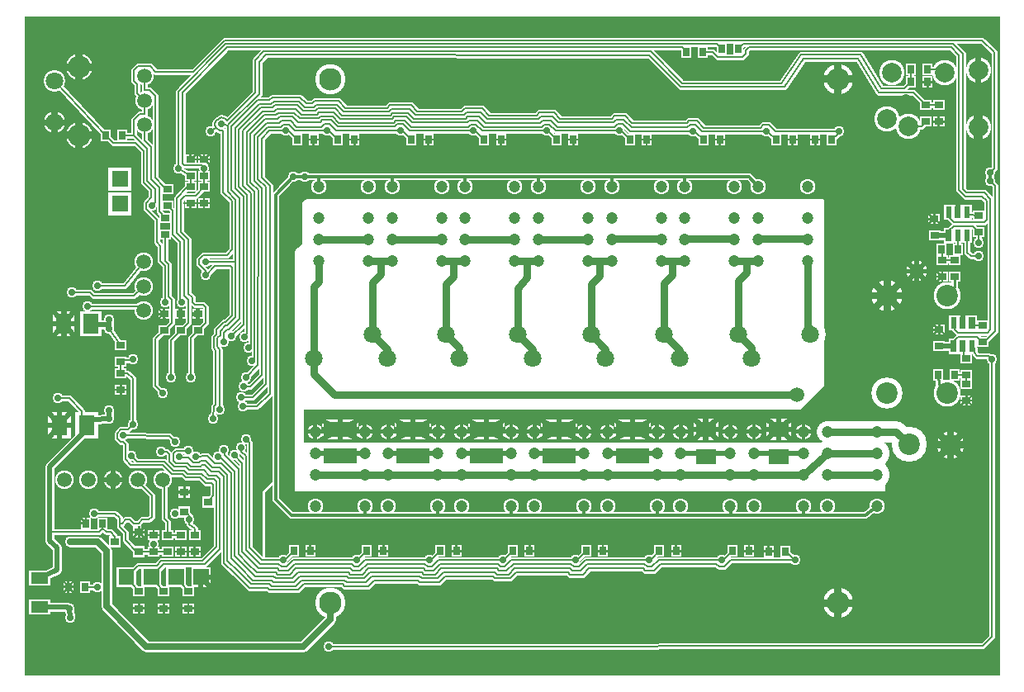
<source format=gbr>
%FSLAX34Y34*%
%MOMM*%
%LNCOPPER_BOTTOM*%
G71*
G01*
%ADD10C,1.600*%
%ADD11C,3.200*%
%ADD12C,2.800*%
%ADD13C,2.100*%
%ADD14C,2.400*%
%ADD15C,2.350*%
%ADD16C,2.600*%
%ADD17C,2.200*%
%ADD18C,1.300*%
%ADD19R,4.200X2.400*%
%ADD20R,3.800X2.000*%
%ADD21C,1.600*%
%ADD22C,0.700*%
%ADD23R,1.100X1.300*%
%ADD24C,1.100*%
%ADD25C,0.600*%
%ADD26C,0.580*%
%ADD27C,2.700*%
%ADD28C,2.200*%
%ADD29R,2.400X2.800*%
%ADD30C,0.900*%
%ADD31R,2.200X2.600*%
%ADD32C,1.900*%
%ADD33C,0.570*%
%ADD34R,1.300X1.200*%
%ADD35R,1.300X1.100*%
%ADD36C,1.900*%
%ADD37R,2.200X1.600*%
%ADD38C,3.200*%
%ADD39C,0.200*%
%ADD40C,3.100*%
%ADD41C,1.100*%
%ADD42C,2.600*%
%ADD43C,3.600*%
%ADD44R,1.000X1.600*%
%ADD45C,0.650*%
%ADD46R,2.600X2.200*%
%ADD47C,0.750*%
%ADD48C,0.400*%
%ADD49C,0.733*%
%ADD50C,0.500*%
%ADD51C,0.496*%
%ADD52C,0.501*%
%ADD53C,0.233*%
%ADD54C,0.767*%
%ADD55C,0.533*%
%ADD56C,0.267*%
%ADD57C,0.247*%
%ADD58C,0.399*%
%ADD59C,0.404*%
%ADD60C,0.887*%
%ADD61C,0.667*%
%ADD62C,1.200*%
%ADD63C,2.200*%
%ADD64C,1.500*%
%ADD65C,0.700*%
%ADD66C,0.800*%
%ADD67R,3.400X1.600*%
%ADD68C,0.300*%
%ADD69R,0.700X0.900*%
%ADD70C,0.180*%
%ADD71C,2.300*%
%ADD72C,1.800*%
%ADD73R,1.600X2.000*%
%ADD74C,0.170*%
%ADD75R,0.900X0.800*%
%ADD76R,0.900X0.700*%
%ADD77C,1.500*%
%ADD78R,1.800X1.200*%
%ADD79C,2.300*%
%ADD80C,1.200*%
%ADD81C,2.000*%
%ADD82R,0.600X1.200*%
%ADD83C,0.250*%
%ADD84R,2.000X1.600*%
%ADD85C,0.350*%
%LPD*%
G36*
X0Y0D02*
X1000000Y0D01*
X1000000Y-676000D01*
X0Y-676000D01*
X0Y0D01*
G37*
%LPC*%
X352839Y-250641D02*
G54D10*
D03*
X302039Y-250641D02*
G54D10*
D03*
X352839Y-228641D02*
G54D10*
D03*
X302039Y-228641D02*
G54D10*
D03*
X352839Y-206641D02*
G54D10*
D03*
X302039Y-206641D02*
G54D10*
D03*
X352839Y-174641D02*
G54D10*
D03*
X302039Y-174641D02*
G54D10*
D03*
X427839Y-250641D02*
G54D10*
D03*
X377039Y-250641D02*
G54D10*
D03*
X427839Y-228641D02*
G54D10*
D03*
X377039Y-228641D02*
G54D10*
D03*
X427839Y-206641D02*
G54D10*
D03*
X377039Y-206641D02*
G54D10*
D03*
X427839Y-174641D02*
G54D10*
D03*
X377039Y-174641D02*
G54D10*
D03*
X502839Y-250641D02*
G54D10*
D03*
X452039Y-250641D02*
G54D10*
D03*
X502839Y-228641D02*
G54D10*
D03*
X452039Y-228641D02*
G54D10*
D03*
X502839Y-206641D02*
G54D10*
D03*
X452039Y-206641D02*
G54D10*
D03*
X502839Y-174641D02*
G54D10*
D03*
X452039Y-174641D02*
G54D10*
D03*
X577839Y-250641D02*
G54D10*
D03*
X527039Y-250641D02*
G54D10*
D03*
X577839Y-228641D02*
G54D10*
D03*
X527039Y-228641D02*
G54D10*
D03*
X577839Y-206641D02*
G54D10*
D03*
X527039Y-206641D02*
G54D10*
D03*
X577839Y-174641D02*
G54D10*
D03*
X527039Y-174641D02*
G54D10*
D03*
X652839Y-250641D02*
G54D10*
D03*
X602039Y-250641D02*
G54D10*
D03*
X652839Y-228641D02*
G54D10*
D03*
X602039Y-228641D02*
G54D10*
D03*
X652839Y-206641D02*
G54D10*
D03*
X602039Y-206641D02*
G54D10*
D03*
X652839Y-174641D02*
G54D10*
D03*
X602039Y-174641D02*
G54D10*
D03*
X727839Y-250641D02*
G54D10*
D03*
X677039Y-250641D02*
G54D10*
D03*
X727839Y-228641D02*
G54D10*
D03*
X677039Y-228641D02*
G54D10*
D03*
X727839Y-206641D02*
G54D10*
D03*
X677039Y-206641D02*
G54D10*
D03*
X727839Y-174641D02*
G54D10*
D03*
X677039Y-174641D02*
G54D10*
D03*
X802839Y-250641D02*
G54D10*
D03*
X752039Y-250641D02*
G54D10*
D03*
X802839Y-228641D02*
G54D10*
D03*
X752039Y-228641D02*
G54D10*
D03*
X802839Y-206641D02*
G54D10*
D03*
X752039Y-206641D02*
G54D10*
D03*
X802839Y-174641D02*
G54D10*
D03*
X752039Y-174641D02*
G54D10*
D03*
X448300Y-426000D02*
G54D10*
D03*
X499100Y-426000D02*
G54D10*
D03*
X448300Y-448000D02*
G54D10*
D03*
X499100Y-448000D02*
G54D10*
D03*
X448300Y-470000D02*
G54D10*
D03*
X499100Y-470000D02*
G54D10*
D03*
X448300Y-502000D02*
G54D10*
D03*
X499100Y-502000D02*
G54D10*
D03*
X373100Y-426000D02*
G54D10*
D03*
X423900Y-426000D02*
G54D10*
D03*
X373100Y-448000D02*
G54D10*
D03*
X423900Y-448000D02*
G54D10*
D03*
X373100Y-470000D02*
G54D10*
D03*
X423900Y-470000D02*
G54D10*
D03*
X373100Y-502000D02*
G54D10*
D03*
X423900Y-502000D02*
G54D10*
D03*
X298100Y-426000D02*
G54D10*
D03*
X348900Y-426000D02*
G54D10*
D03*
X298100Y-448000D02*
G54D10*
D03*
X348900Y-448000D02*
G54D10*
D03*
X298100Y-470000D02*
G54D10*
D03*
X348900Y-470000D02*
G54D10*
D03*
X298100Y-502000D02*
G54D10*
D03*
X348900Y-502000D02*
G54D10*
D03*
X884500Y-386500D02*
G54D11*
D03*
X946000Y-386500D02*
G54D12*
D03*
X884500Y-286500D02*
G54D11*
D03*
X946000Y-286500D02*
G54D12*
D03*
X914500Y-261500D02*
G54D13*
D03*
G54D14*
X803000Y-228000D02*
X752000Y-228000D01*
G54D15*
X727839Y-250641D02*
X752039Y-250641D01*
G54D14*
X652839Y-250641D02*
X677039Y-250641D01*
G54D14*
X728000Y-228000D02*
X677000Y-228000D01*
G54D14*
X652000Y-228000D02*
X603000Y-228000D01*
G54D14*
X602039Y-250641D02*
X578000Y-250700D01*
G54D14*
X577839Y-228641D02*
X527039Y-228641D01*
G54D14*
X527039Y-250641D02*
X502839Y-250641D01*
G54D14*
X502839Y-228641D02*
X452039Y-228641D01*
G54D14*
X452039Y-250641D02*
X427839Y-250641D01*
G54D14*
X427839Y-228641D02*
X377039Y-228641D01*
G54D14*
X377039Y-250641D02*
X352839Y-250641D01*
G54D14*
X352839Y-228641D02*
X302039Y-228641D01*
X822999Y-425999D02*
G54D10*
D03*
X873799Y-425999D02*
G54D10*
D03*
X822999Y-447999D02*
G54D16*
D03*
X873799Y-447999D02*
G54D16*
D03*
X822999Y-469999D02*
G54D10*
D03*
X873799Y-469999D02*
G54D16*
D03*
X822999Y-501999D02*
G54D10*
D03*
X873799Y-501999D02*
G54D10*
D03*
X673000Y-426000D02*
G54D10*
D03*
X723800Y-426000D02*
G54D10*
D03*
X673000Y-448000D02*
G54D10*
D03*
X723800Y-448000D02*
G54D10*
D03*
X673000Y-470000D02*
G54D10*
D03*
X723800Y-470000D02*
G54D10*
D03*
X673000Y-502000D02*
G54D10*
D03*
X723800Y-502000D02*
G54D10*
D03*
X598000Y-426000D02*
G54D10*
D03*
X648800Y-426000D02*
G54D10*
D03*
X598000Y-448000D02*
G54D10*
D03*
X648800Y-448000D02*
G54D10*
D03*
X598000Y-470000D02*
G54D10*
D03*
X648800Y-470000D02*
G54D10*
D03*
X598000Y-502000D02*
G54D10*
D03*
X648800Y-502000D02*
G54D10*
D03*
X523000Y-426000D02*
G54D10*
D03*
X573800Y-426000D02*
G54D10*
D03*
X523000Y-448000D02*
G54D10*
D03*
X573800Y-448000D02*
G54D10*
D03*
X523000Y-470000D02*
G54D10*
D03*
X573800Y-470000D02*
G54D10*
D03*
X523000Y-502000D02*
G54D10*
D03*
X573800Y-502000D02*
G54D10*
D03*
X748000Y-426000D02*
G54D10*
D03*
X798800Y-426000D02*
G54D10*
D03*
X748000Y-448000D02*
G54D10*
D03*
X798800Y-448000D02*
G54D10*
D03*
X748000Y-470000D02*
G54D10*
D03*
X798800Y-470000D02*
G54D10*
D03*
X748000Y-502000D02*
G54D10*
D03*
X798800Y-502000D02*
G54D10*
D03*
G54D17*
X298100Y-470000D02*
X348900Y-470000D01*
X373100Y-470000D01*
X423900Y-470000D01*
X448300Y-470000D01*
X499100Y-470000D01*
X523000Y-470000D01*
X573800Y-470000D01*
X598000Y-470000D01*
X648800Y-470000D01*
X673000Y-470000D01*
X723800Y-470000D01*
X748000Y-470000D01*
X798800Y-470000D01*
G54D18*
X798800Y-448000D02*
X748000Y-448000D01*
X398500Y-450500D02*
G54D19*
D03*
X398500Y-424000D02*
G54D20*
D03*
G54D18*
X423900Y-448000D02*
X373100Y-448000D01*
X323500Y-450500D02*
G54D19*
D03*
X323500Y-424000D02*
G54D20*
D03*
G54D18*
X348900Y-448000D02*
X298100Y-448000D01*
G54D21*
X798800Y-470000D02*
X822999Y-447999D01*
X873799Y-447999D01*
G54D22*
X874000Y-502000D02*
X862500Y-512000D01*
X274000Y-512000D01*
X257500Y-495500D01*
X257500Y-183000D01*
X275500Y-165000D01*
X742500Y-165000D01*
X752500Y-174500D01*
G54D22*
X799000Y-511000D02*
X799000Y-503000D01*
G54D22*
X724000Y-512000D02*
X724000Y-502000D01*
G54D22*
X649000Y-512000D02*
X649000Y-502000D01*
G54D22*
X574000Y-511000D02*
X574000Y-502000D01*
G54D22*
X499000Y-511000D02*
X499000Y-501000D01*
G54D22*
X424000Y-511000D02*
X424000Y-502000D01*
G54D22*
X349000Y-511000D02*
X349000Y-502000D01*
G54D22*
X677000Y-173000D02*
X677000Y-166000D01*
G54D22*
X602000Y-173000D02*
X602000Y-166000D01*
G54D22*
X527000Y-172000D02*
X527000Y-166000D01*
G54D22*
X452000Y-176000D02*
X452000Y-166000D01*
G54D22*
X377000Y-173000D02*
X377000Y-166000D01*
G54D22*
X302000Y-176000D02*
X302000Y-166000D01*
G54D17*
X822999Y-425999D02*
X873799Y-425999D01*
X894000Y-426000D01*
X907000Y-439000D01*
X779890Y-548554D02*
G54D23*
D03*
X762887Y-548553D02*
G54D23*
D03*
X790381Y-557266D02*
G54D24*
D03*
G54D25*
X790381Y-557266D02*
X779890Y-548554D01*
X726000Y-548500D02*
G54D23*
D03*
X743003Y-548500D02*
G54D23*
D03*
X715381Y-557266D02*
G54D24*
D03*
G54D25*
X715381Y-557266D02*
X718500Y-556000D01*
X726000Y-548500D01*
X651000Y-548500D02*
G54D23*
D03*
X668003Y-548500D02*
G54D23*
D03*
X640381Y-557266D02*
G54D24*
D03*
G54D25*
X640381Y-557266D02*
X643500Y-556000D01*
X651000Y-548500D01*
X576000Y-548500D02*
G54D23*
D03*
X593003Y-548500D02*
G54D23*
D03*
X565381Y-557266D02*
G54D24*
D03*
G54D25*
X565381Y-557266D02*
X568500Y-556000D01*
X576000Y-548500D01*
X501000Y-548500D02*
G54D23*
D03*
X518004Y-548500D02*
G54D23*
D03*
X490381Y-557266D02*
G54D24*
D03*
G54D25*
X490381Y-557266D02*
X493500Y-556000D01*
X501000Y-548500D01*
X426000Y-548500D02*
G54D23*
D03*
X443004Y-548500D02*
G54D23*
D03*
X415381Y-557266D02*
G54D24*
D03*
G54D25*
X415381Y-557266D02*
X418500Y-556000D01*
X426000Y-548500D01*
X351000Y-548500D02*
G54D23*
D03*
X368004Y-548500D02*
G54D23*
D03*
X340381Y-557266D02*
G54D24*
D03*
G54D25*
X340381Y-557266D02*
X343500Y-556000D01*
X351000Y-548500D01*
X276000Y-548500D02*
G54D23*
D03*
X293003Y-548500D02*
G54D23*
D03*
X265381Y-557266D02*
G54D24*
D03*
G54D25*
X265381Y-557266D02*
X268500Y-556000D01*
X276000Y-548500D01*
G54D26*
X265391Y-557268D02*
X243391Y-557268D01*
X230500Y-544500D01*
X230500Y-437500D01*
X227110Y-434090D01*
G54D26*
X340391Y-557268D02*
X275391Y-557268D01*
X268391Y-564268D01*
X263391Y-564268D01*
X260391Y-561268D01*
X241391Y-561268D01*
X227000Y-547000D01*
X227000Y-451000D01*
X222440Y-446258D01*
X222438Y-442472D01*
G54D26*
X415391Y-557268D02*
X349391Y-557268D01*
X342391Y-564268D01*
X338391Y-564268D01*
X335391Y-561268D01*
X277391Y-561268D01*
X270391Y-568268D01*
X261391Y-568268D01*
X259391Y-566268D01*
X240391Y-566268D01*
X223000Y-549000D01*
X223000Y-458000D01*
X215162Y-450019D01*
X828000Y-126500D02*
G54D23*
D03*
X811000Y-126495D02*
G54D23*
D03*
G54D25*
X835313Y-118118D02*
X833500Y-121000D01*
X828000Y-126500D01*
X770500Y-126500D02*
G54D23*
D03*
X787500Y-126505D02*
G54D23*
D03*
X760313Y-118118D02*
G54D24*
D03*
G54D25*
X760313Y-118118D02*
X763500Y-119500D01*
X770500Y-126500D01*
X696000Y-126500D02*
G54D23*
D03*
X713000Y-126505D02*
G54D23*
D03*
X685313Y-118118D02*
G54D24*
D03*
G54D25*
X685313Y-118118D02*
X688000Y-118500D01*
X696000Y-126500D01*
X621000Y-126500D02*
G54D23*
D03*
X638000Y-126505D02*
G54D23*
D03*
X610313Y-117418D02*
G54D24*
D03*
G54D25*
X610313Y-117418D02*
X613500Y-119000D01*
X621000Y-126500D01*
X546000Y-126500D02*
G54D23*
D03*
X563000Y-126505D02*
G54D23*
D03*
X535313Y-117518D02*
G54D24*
D03*
G54D25*
X535313Y-117518D02*
X538000Y-118500D01*
X546000Y-126500D01*
X471500Y-126500D02*
G54D23*
D03*
X488500Y-126505D02*
G54D23*
D03*
X460313Y-117518D02*
G54D24*
D03*
G54D25*
X460313Y-117518D02*
X463000Y-118000D01*
X471500Y-126500D01*
X397000Y-126500D02*
G54D23*
D03*
X414000Y-126505D02*
G54D23*
D03*
X385313Y-117418D02*
G54D24*
D03*
G54D25*
X385313Y-117418D02*
X388500Y-118000D01*
X397000Y-126500D01*
X321500Y-126500D02*
G54D23*
D03*
X338500Y-126505D02*
G54D23*
D03*
X310013Y-117418D02*
G54D24*
D03*
G54D25*
X310013Y-117418D02*
X313500Y-118500D01*
X321500Y-126500D01*
X287000Y-165000D02*
G54D24*
D03*
X275500Y-165000D02*
G54D24*
D03*
X279500Y-126500D02*
G54D23*
D03*
X296500Y-126505D02*
G54D23*
D03*
G54D25*
X268013Y-117418D02*
X270500Y-117500D01*
X279500Y-126500D01*
X268013Y-117418D02*
G54D24*
D03*
G54D26*
X460064Y-117461D02*
X394762Y-117461D01*
X387961Y-110661D01*
X382567Y-110661D01*
X379888Y-113340D01*
X321162Y-113340D01*
X314338Y-106516D01*
X305487Y-106516D01*
X303341Y-108662D01*
X280230Y-108662D01*
X274526Y-102958D01*
X261941Y-102958D01*
X259471Y-105428D01*
X247117Y-105384D01*
X231735Y-120766D01*
X231735Y-170251D01*
X240000Y-178500D01*
X239500Y-358000D01*
X227140Y-370543D01*
G36*
X145500Y-585000D02*
X145500Y-565000D01*
X165500Y-565000D01*
X165500Y-585000D01*
X145500Y-585000D01*
G37*
G36*
X140000Y-565000D02*
X140000Y-585000D01*
X120000Y-585000D01*
X120000Y-565000D01*
X140000Y-565000D01*
G37*
X55871Y-52090D02*
G54D27*
D03*
X55871Y-122090D02*
G54D27*
D03*
X30871Y-66090D02*
G54D28*
D03*
X30871Y-109091D02*
G54D28*
D03*
X64000Y-419500D02*
G54D29*
D03*
X36003Y-419498D02*
G54D29*
D03*
G54D30*
X63807Y-419492D02*
X70871Y-413090D01*
X86526Y-412827D01*
X86527Y-403827D01*
X86527Y-403827D02*
G54D24*
D03*
X86526Y-412827D02*
G54D24*
D03*
X68500Y-315500D02*
G54D31*
D03*
X40497Y-315500D02*
G54D31*
D03*
X64353Y-297422D02*
G54D24*
D03*
X74861Y-276477D02*
G54D24*
D03*
X121942Y-251907D02*
G54D32*
D03*
X121942Y-276907D02*
G54D32*
D03*
X121942Y-301907D02*
G54D32*
D03*
X48908Y-282843D02*
G54D24*
D03*
X123000Y-111500D02*
G54D32*
D03*
X123000Y-86500D02*
G54D32*
D03*
X123000Y-61500D02*
G54D32*
D03*
G54D33*
X144081Y-207253D02*
X138064Y-200461D01*
X138065Y-175461D01*
X130000Y-167250D01*
X130000Y-134251D01*
X123000Y-127250D01*
X123000Y-111500D01*
X117500Y-529000D02*
G54D34*
D03*
X117496Y-549000D02*
G54D34*
D03*
X92896Y-539001D02*
G54D34*
D03*
X146500Y-549000D02*
G54D35*
D03*
X146500Y-532000D02*
G54D35*
D03*
X132500Y-532000D02*
G54D35*
D03*
X132498Y-548995D02*
G54D35*
D03*
G54D33*
X132498Y-548995D02*
X114996Y-549000D01*
X103500Y-537500D01*
X103500Y-529500D01*
X97500Y-523500D01*
X97500Y-514500D01*
X93000Y-510000D01*
X70500Y-510000D01*
X132500Y-541500D02*
G54D24*
D03*
G54D33*
X132500Y-541500D02*
X132498Y-548995D01*
X146500Y-549000D01*
X116563Y-474965D02*
G54D36*
D03*
X91163Y-474964D02*
G54D36*
D03*
X65763Y-474964D02*
G54D36*
D03*
X141963Y-474964D02*
G54D36*
D03*
X41363Y-474965D02*
G54D36*
D03*
X15500Y-606000D02*
G54D37*
D03*
X15500Y-576000D02*
G54D37*
D03*
X34005Y-391722D02*
G54D24*
D03*
X164000Y-508000D02*
G54D34*
D03*
X163999Y-487997D02*
G54D34*
D03*
X188600Y-498000D02*
G54D34*
D03*
X174500Y-549000D02*
G54D35*
D03*
X174501Y-532003D02*
G54D35*
D03*
X99000Y-337500D02*
G54D35*
D03*
X99000Y-354500D02*
G54D35*
D03*
X158373Y-451968D02*
G54D24*
D03*
X168407Y-445908D02*
G54D24*
D03*
X175835Y-451271D02*
G54D24*
D03*
X198172Y-451958D02*
G54D24*
D03*
X204807Y-445208D02*
G54D24*
D03*
X222438Y-442472D02*
G54D24*
D03*
X215162Y-450019D02*
G54D24*
D03*
X227121Y-434031D02*
G54D24*
D03*
X224019Y-400077D02*
G54D24*
D03*
G54D33*
X101500Y-430000D02*
X148262Y-430079D01*
X154409Y-436222D01*
X225498Y-329209D02*
G54D24*
D03*
X229507Y-339570D02*
G54D24*
D03*
X233174Y-353748D02*
G54D24*
D03*
X144000Y-293000D02*
G54D24*
D03*
X130500Y-194500D02*
G54D24*
D03*
X170902Y-370362D02*
G54D24*
D03*
X149876Y-370628D02*
G54D24*
D03*
X83500Y-122000D02*
G54D23*
D03*
X100500Y-122000D02*
G54D23*
D03*
G54D33*
X30871Y-66090D02*
X83500Y-122000D01*
X91000Y-130000D01*
X114000Y-130000D01*
X122000Y-138000D01*
X122001Y-170500D01*
X130000Y-178500D01*
X130000Y-186000D01*
X124500Y-191500D01*
X124500Y-198001D01*
X135500Y-209000D01*
X135500Y-231500D01*
X139500Y-235500D01*
X139499Y-251000D01*
X144000Y-256000D01*
X144000Y-293000D01*
G54D25*
X100500Y-122000D02*
X112000Y-122000D01*
X143081Y-322253D02*
G54D35*
D03*
X143080Y-305247D02*
G54D35*
D03*
X141829Y-386815D02*
G54D24*
D03*
X160081Y-322253D02*
G54D35*
D03*
X160080Y-305247D02*
G54D35*
D03*
G54D33*
X149876Y-370628D02*
X149851Y-332489D01*
X160081Y-322253D01*
X168030Y-314828D01*
X168000Y-290500D01*
X164000Y-286500D01*
X164000Y-230000D01*
X156500Y-222500D01*
X156500Y-186500D01*
X166500Y-176000D01*
X170188Y-174733D01*
X161500Y-293000D02*
G54D24*
D03*
X178081Y-322253D02*
G54D35*
D03*
X178080Y-305247D02*
G54D35*
D03*
G54D33*
X170902Y-370362D02*
X170897Y-329450D01*
X178081Y-322253D01*
X186000Y-314500D01*
X186000Y-298500D01*
X183500Y-296000D01*
X174500Y-296000D01*
X172000Y-293500D01*
X172000Y-288500D01*
X168000Y-284499D01*
X168070Y-229162D01*
X160000Y-221000D01*
X160000Y-188500D01*
X164500Y-184000D01*
X175500Y-184000D01*
X184188Y-174733D01*
G54D33*
X144081Y-224253D02*
X144500Y-229000D01*
X144492Y-250989D01*
X147757Y-254254D01*
X147757Y-286941D01*
X151255Y-290606D01*
X151255Y-314838D01*
X143081Y-322253D01*
X134144Y-330597D01*
X134203Y-379167D01*
X141829Y-386815D01*
X147081Y-177253D02*
G54D35*
D03*
X147081Y-194253D02*
G54D35*
D03*
X144081Y-224253D02*
G54D35*
D03*
X144081Y-207253D02*
G54D35*
D03*
G54D33*
X147081Y-194253D02*
X152236Y-199418D01*
X152255Y-223838D01*
X159711Y-231110D01*
X159755Y-290838D01*
X161500Y-293000D01*
X41500Y-475000D02*
G54D24*
D03*
X66000Y-475000D02*
G54D24*
D03*
X71500Y-510000D02*
G54D24*
D03*
X169000Y-516000D02*
G54D24*
D03*
X154500Y-510000D02*
G54D24*
D03*
X154461Y-436304D02*
G54D24*
D03*
X101500Y-430000D02*
G54D24*
D03*
X111500Y-419000D02*
G54D24*
D03*
X99000Y-383000D02*
G54D35*
D03*
X98999Y-366009D02*
G54D35*
D03*
X86541Y-320426D02*
G54D24*
D03*
G54D33*
X86541Y-320426D02*
X99000Y-337500D01*
X111000Y-352000D02*
G54D24*
D03*
G54D25*
X111500Y-419000D02*
X111341Y-371461D01*
X105500Y-366000D01*
X98999Y-366009D01*
X99000Y-354500D01*
X99193Y-352134D01*
X111215Y-352125D01*
X212431Y-327969D02*
G54D24*
D03*
X204648Y-334256D02*
G54D24*
D03*
G54D33*
X168407Y-445908D02*
X164500Y-445500D01*
X155000Y-445500D01*
X152499Y-448001D01*
X152499Y-455500D01*
X154999Y-458001D01*
X167000Y-458000D01*
X170500Y-461500D01*
X180500Y-461500D01*
X182000Y-460000D01*
X185000Y-460000D01*
X191500Y-466500D01*
X199000Y-466500D01*
X204500Y-472000D01*
X204500Y-560500D01*
X215391Y-571268D01*
X230391Y-586268D01*
X249391Y-586268D01*
X251391Y-588268D01*
X280391Y-588268D01*
X286391Y-582268D01*
X326391Y-582268D01*
X328391Y-584268D01*
X352391Y-584268D01*
X358391Y-578268D01*
X403391Y-578268D01*
X405391Y-580268D01*
X425391Y-580268D01*
X431391Y-574268D01*
X480391Y-574268D01*
X482391Y-576268D01*
X498391Y-576268D01*
X504391Y-570268D01*
X557391Y-570268D01*
X559391Y-572268D01*
X572391Y-572268D01*
X578391Y-566268D01*
X634391Y-566268D01*
X636391Y-568268D01*
X645391Y-568268D01*
X652391Y-561268D01*
X709391Y-561268D01*
X712391Y-564268D01*
X717391Y-564268D01*
X724391Y-557268D01*
X790391Y-557268D01*
G54D33*
X158435Y-452070D02*
X160500Y-452500D01*
X168000Y-452500D01*
X173000Y-457500D01*
X179000Y-457500D01*
X181000Y-455500D01*
X186000Y-455500D01*
X193000Y-462499D01*
X200500Y-462501D01*
X208000Y-470000D01*
X208000Y-558000D01*
X219391Y-569268D01*
X232391Y-582268D01*
X251391Y-582268D01*
X253391Y-584268D01*
X278391Y-584268D01*
X284391Y-578268D01*
X328391Y-578268D01*
X330391Y-580268D01*
X350391Y-580268D01*
X356391Y-574268D01*
X405391Y-574268D01*
X407391Y-576268D01*
X423391Y-576268D01*
X429391Y-570268D01*
X482391Y-570268D01*
X484391Y-572268D01*
X496391Y-572268D01*
X502391Y-566268D01*
X559391Y-566268D01*
X561391Y-568268D01*
X570391Y-568268D01*
X577391Y-561268D01*
X635391Y-561268D01*
X638391Y-564268D01*
X643391Y-564268D01*
X650391Y-557268D01*
X715391Y-557268D01*
G54D33*
X175762Y-451231D02*
X187500Y-450999D01*
X195000Y-458499D01*
X202000Y-458500D01*
X212000Y-468500D01*
X212000Y-556000D01*
X222391Y-566268D01*
X234391Y-578268D01*
X253391Y-578268D01*
X255391Y-580268D01*
X276391Y-580268D01*
X282391Y-574268D01*
X330391Y-574268D01*
X332391Y-576268D01*
X348391Y-576268D01*
X354391Y-570268D01*
X407391Y-570268D01*
X409391Y-572268D01*
X421391Y-572268D01*
X427391Y-566268D01*
X484391Y-566268D01*
X486391Y-568268D01*
X494391Y-568268D01*
X501391Y-561268D01*
X560391Y-561268D01*
X563391Y-564268D01*
X568391Y-564268D01*
X575391Y-557268D01*
X640391Y-557268D01*
G54D33*
X198172Y-451958D02*
X202000Y-453000D01*
X215500Y-466500D01*
X215500Y-553500D01*
X225391Y-563268D01*
X236391Y-574268D01*
X255391Y-574268D01*
X257391Y-576268D01*
X274391Y-576268D01*
X280391Y-570268D01*
X332391Y-570268D01*
X334391Y-572268D01*
X346391Y-572268D01*
X352391Y-566268D01*
X409391Y-566268D01*
X411391Y-568268D01*
X419391Y-568268D01*
X426391Y-561268D01*
X485391Y-561268D01*
X488391Y-564268D01*
X492391Y-564268D01*
X499391Y-557268D01*
X565391Y-557268D01*
G54D33*
X204812Y-445175D02*
X204807Y-445208D01*
X205000Y-450000D01*
X219500Y-464500D01*
X219500Y-551500D01*
X229391Y-561268D01*
X238391Y-570268D01*
X257391Y-570268D01*
X259391Y-572268D01*
X272391Y-572268D01*
X278391Y-566268D01*
X334391Y-566268D01*
X336391Y-568268D01*
X344391Y-568268D01*
X351391Y-561268D01*
X410391Y-561268D01*
X413391Y-564268D01*
X417391Y-564268D01*
X424391Y-557268D01*
X490391Y-557268D01*
X222378Y-390496D02*
G54D24*
D03*
X224717Y-379816D02*
G54D24*
D03*
X227140Y-370543D02*
G54D24*
D03*
G54D33*
X268064Y-117461D02*
X251064Y-117461D01*
X243064Y-125461D01*
X243064Y-165461D01*
X251500Y-173500D01*
X251500Y-387000D01*
X238000Y-400000D01*
X224019Y-400077D01*
G54D33*
X222378Y-390496D02*
X234000Y-390500D01*
X247500Y-377500D01*
X247500Y-175000D01*
X239215Y-167064D01*
X239215Y-123889D01*
X249666Y-113499D01*
X262724Y-113499D01*
X265302Y-110921D01*
X270980Y-110921D01*
X277520Y-117461D01*
X310064Y-117461D01*
G54D33*
X224717Y-379816D02*
X231500Y-380000D01*
X243500Y-368000D01*
X243500Y-176500D01*
X235490Y-168645D01*
X235490Y-122335D01*
X248611Y-109396D01*
X261163Y-109405D01*
X263674Y-106895D01*
X272676Y-106895D01*
X272880Y-107098D01*
X272925Y-107098D01*
X279282Y-113455D01*
X304506Y-113455D01*
X307413Y-110548D01*
X312452Y-110548D01*
X319365Y-117461D01*
X385064Y-117461D01*
G54D26*
X233174Y-353748D02*
X236000Y-351000D01*
X236000Y-180000D01*
X227962Y-171938D01*
X227962Y-119152D01*
X245671Y-101488D01*
X257884Y-101488D01*
X260295Y-99077D01*
X276408Y-99077D01*
X281985Y-104654D01*
X301755Y-104654D01*
X303769Y-102641D01*
X315928Y-102641D01*
X322479Y-109192D01*
X378495Y-109192D01*
X380818Y-106869D01*
X389786Y-106869D01*
X396452Y-113535D01*
X454942Y-113535D01*
X457576Y-110901D01*
X463044Y-110901D01*
X469603Y-117460D01*
X535320Y-117460D01*
G54D26*
X229507Y-339570D02*
X232116Y-336968D01*
X232000Y-181500D01*
X224169Y-173598D01*
X224169Y-117516D01*
X244119Y-97621D01*
X256266Y-97621D01*
X258692Y-95195D01*
X278203Y-95195D01*
X283815Y-100807D01*
X300121Y-100807D01*
X302131Y-98797D01*
X317553Y-98797D01*
X317757Y-99000D01*
X317757Y-99046D01*
X324135Y-105424D01*
X376838Y-105424D01*
X379123Y-103140D01*
X391586Y-103140D01*
X397422Y-108976D01*
X454061Y-108976D01*
X456074Y-106962D01*
X464714Y-106962D01*
X471351Y-113599D01*
X530081Y-113599D01*
X532680Y-111000D01*
X538223Y-111000D01*
X544684Y-117461D01*
X610064Y-117461D01*
G54D26*
X225498Y-329209D02*
X228000Y-325500D01*
X228000Y-183000D01*
X220082Y-175025D01*
X220082Y-116131D01*
X242543Y-93689D01*
X254709Y-93748D01*
X257250Y-91207D01*
X279679Y-91207D01*
X285461Y-96989D01*
X298548Y-96989D01*
X300842Y-94696D01*
X318924Y-94696D01*
X325863Y-101635D01*
X375112Y-101635D01*
X377482Y-99264D01*
X393346Y-99264D01*
X399117Y-105036D01*
X452358Y-105036D01*
X454545Y-102849D01*
X466374Y-102849D01*
X472736Y-109211D01*
X528998Y-109211D01*
X531185Y-107024D01*
X539932Y-107024D01*
X546543Y-113634D01*
X604893Y-113634D01*
X608024Y-110503D01*
X613044Y-110503D01*
X620698Y-118157D01*
X685459Y-118157D01*
G54D26*
X212431Y-327969D02*
X224500Y-316500D01*
X224500Y-185000D01*
X216260Y-176672D01*
X216260Y-114543D01*
X240902Y-89913D01*
X252979Y-89899D01*
X255731Y-87147D01*
X281151Y-87147D01*
X287115Y-93110D01*
X296977Y-93110D01*
X299232Y-90855D01*
X320486Y-90855D01*
X327520Y-97888D01*
X373468Y-97888D01*
X376182Y-95174D01*
X394722Y-95174D01*
X400706Y-101159D01*
X450519Y-101159D01*
X453054Y-98624D01*
X467765Y-98624D01*
X474586Y-105444D01*
X527052Y-105444D01*
X529636Y-102860D01*
X541457Y-102860D01*
X547530Y-108933D01*
X603925Y-108933D01*
X606574Y-106284D01*
X614455Y-106284D01*
X622271Y-114101D01*
X679829Y-114101D01*
X682801Y-111129D01*
X688034Y-111129D01*
X695075Y-118171D01*
X760191Y-118171D01*
G54D26*
X204648Y-334256D02*
X204672Y-324469D01*
X207952Y-321189D01*
X209244Y-321189D01*
X220500Y-310000D01*
X220500Y-186500D01*
X212232Y-178201D01*
X212232Y-113075D01*
X239466Y-85963D01*
X251356Y-85963D01*
X254149Y-83170D01*
X282670Y-83170D01*
X288698Y-89198D01*
X295343Y-89198D01*
X297666Y-86875D01*
X322041Y-86875D01*
X329186Y-94020D01*
X371703Y-94020D01*
X374408Y-91315D01*
X396313Y-91315D01*
X402429Y-97430D01*
X448680Y-97430D01*
X451562Y-94549D01*
X469174Y-94549D01*
X476261Y-101635D01*
X525364Y-101635D01*
X528173Y-98826D01*
X542886Y-98826D01*
X549100Y-105040D01*
X602247Y-105040D01*
X605048Y-102239D01*
X615941Y-102239D01*
X623070Y-109368D01*
X679024Y-109368D01*
X681318Y-107075D01*
X689521Y-107075D01*
X696727Y-114280D01*
X754694Y-114280D01*
X757527Y-111447D01*
X763143Y-111447D01*
X769792Y-118096D01*
X835313Y-118118D01*
X184190Y-191730D02*
G54D35*
D03*
X184188Y-174733D02*
G54D35*
D03*
X170190Y-191730D02*
G54D35*
D03*
X170188Y-174733D02*
G54D35*
D03*
X184188Y-163733D02*
G54D35*
D03*
X184190Y-146727D02*
G54D35*
D03*
X170188Y-163733D02*
G54D35*
D03*
X170190Y-146727D02*
G54D35*
D03*
G54D25*
X170188Y-163733D02*
X170188Y-174733D01*
G54D25*
X184188Y-163733D02*
X184188Y-174733D01*
G54D33*
X123000Y-61500D02*
X123251Y-75499D01*
X128000Y-75500D01*
X134001Y-81499D01*
X134001Y-165500D01*
X143000Y-174500D01*
X147081Y-177253D01*
X296989Y-351159D02*
G54D38*
D03*
X356989Y-326159D02*
G54D38*
D03*
X371989Y-351159D02*
G54D38*
D03*
X431989Y-326159D02*
G54D38*
D03*
X445989Y-351159D02*
G54D38*
D03*
X505989Y-326159D02*
G54D38*
D03*
X520989Y-351159D02*
G54D38*
D03*
X580989Y-326159D02*
G54D38*
D03*
X595989Y-351159D02*
G54D38*
D03*
X655989Y-326159D02*
G54D38*
D03*
X671989Y-351159D02*
G54D38*
D03*
X731989Y-326159D02*
G54D38*
D03*
X745489Y-351159D02*
G54D38*
D03*
X805489Y-326159D02*
G54D38*
D03*
G54D30*
X15500Y-606000D02*
X44500Y-606000D01*
X46466Y-606971D01*
X46606Y-616752D01*
X46466Y-606971D02*
G54D24*
D03*
X46606Y-616752D02*
G54D24*
D03*
X160500Y-549000D02*
G54D35*
D03*
X160498Y-532005D02*
G54D35*
D03*
G54D33*
X142000Y-475000D02*
X143500Y-482500D01*
X143500Y-509500D01*
X143500Y-515500D01*
X146500Y-518500D01*
X146500Y-532000D01*
X160498Y-532005D01*
G36*
X114500Y-565000D02*
X114500Y-585000D01*
X94500Y-585000D01*
X94500Y-565000D01*
X114500Y-565000D01*
G37*
G36*
X191000Y-565000D02*
X191000Y-585000D01*
X171000Y-585000D01*
X171000Y-565000D01*
X191000Y-565000D01*
G37*
X168000Y-590000D02*
G54D35*
D03*
X168003Y-607003D02*
G54D35*
D03*
G54D33*
X168000Y-590000D02*
X155500Y-575000D01*
X143000Y-590000D02*
G54D35*
D03*
X143003Y-607003D02*
G54D35*
D03*
G54D33*
X143000Y-590000D02*
X130000Y-575000D01*
X117500Y-590000D02*
G54D35*
D03*
X117503Y-606998D02*
G54D35*
D03*
G54D33*
X117500Y-590000D02*
X104500Y-575000D01*
X86458Y-310872D02*
G54D24*
D03*
G54D30*
X86400Y-311000D02*
X86400Y-320000D01*
G54D30*
X86000Y-316000D02*
X75500Y-316000D01*
X68383Y-315460D01*
G54D25*
X34005Y-391722D02*
X45731Y-391731D01*
X59000Y-405000D01*
X59000Y-412500D01*
X63807Y-419492D01*
G54D25*
X92896Y-539001D02*
X93000Y-534000D01*
X88500Y-529000D01*
X84000Y-529000D01*
X80000Y-525000D01*
X76500Y-528500D01*
X26500Y-528500D01*
X835313Y-118118D02*
G54D24*
D03*
G54D30*
X63807Y-419492D02*
X60500Y-427000D01*
X26000Y-461500D01*
X26000Y-538000D01*
X33000Y-545000D01*
X33000Y-568000D01*
X15500Y-576000D01*
G36*
X881500Y-438000D02*
X881500Y-486000D01*
X278500Y-486000D01*
X278500Y-241000D01*
X285500Y-234000D01*
X285500Y-192000D01*
X289000Y-188500D01*
X819000Y-188500D01*
X819000Y-379000D01*
X795500Y-402500D01*
X286000Y-402500D01*
X286000Y-438000D01*
X881500Y-438000D01*
G37*
G54D39*
X881500Y-438000D02*
X881500Y-486000D01*
X278500Y-486000D01*
X278500Y-241000D01*
X285500Y-234000D01*
X285500Y-192000D01*
X289000Y-188500D01*
X819000Y-188500D01*
X819000Y-379000D01*
X795500Y-402500D01*
X286000Y-402500D01*
X286000Y-438000D01*
X881500Y-438000D01*
X792000Y-388000D02*
G54D13*
D03*
G54D25*
X74861Y-276477D02*
X102728Y-276500D01*
X121942Y-251907D01*
G54D25*
X48908Y-282843D02*
X67086Y-282825D01*
X70849Y-286584D01*
X112064Y-286380D01*
X121942Y-276907D01*
G54D25*
X64353Y-297422D02*
X117457Y-297414D01*
X121942Y-301907D01*
X834000Y-64500D02*
G54D40*
D03*
X834000Y-601500D02*
G54D40*
D03*
X314000Y-601500D02*
G54D40*
D03*
X314000Y-64500D02*
G54D40*
D03*
X61000Y-539000D02*
G54D24*
D03*
X47000Y-539000D02*
G54D24*
D03*
G36*
X86000Y-155000D02*
X110000Y-155000D01*
X110000Y-179000D01*
X86000Y-179000D01*
X86000Y-155000D01*
G37*
G36*
X85990Y-180390D02*
X109990Y-180390D01*
X109990Y-204390D01*
X85990Y-204390D01*
X85990Y-180390D01*
G37*
G54D41*
X47000Y-539000D02*
X61000Y-539000D01*
X75000Y-539000D01*
X83999Y-548000D01*
X84000Y-605000D01*
X125000Y-646000D01*
X286000Y-646000D01*
X314000Y-618000D01*
X314000Y-601500D01*
X977989Y-113546D02*
G54D42*
D03*
X943990Y-58145D02*
G54D42*
D03*
X977990Y-55485D02*
G54D42*
D03*
X905993Y-113343D02*
G54D42*
D03*
X883980Y-105364D02*
G54D42*
D03*
X193810Y-412518D02*
G54D24*
D03*
X199810Y-403136D02*
G54D24*
D03*
G54D33*
X199810Y-403136D02*
X200000Y-342499D01*
X198000Y-338500D01*
X198000Y-330000D01*
X201000Y-327500D01*
X201000Y-323000D01*
X206500Y-317000D01*
X208000Y-317000D01*
X216500Y-308500D01*
X216500Y-188000D01*
X208500Y-180000D01*
X208500Y-111500D01*
X240500Y-79500D01*
X240500Y-46500D01*
X247500Y-39500D01*
X640500Y-40000D01*
X672500Y-72000D01*
X779000Y-72000D01*
X798500Y-43500D01*
X854500Y-43500D01*
X876000Y-78000D01*
X911500Y-78000D01*
X924500Y-91000D01*
X937500Y-91000D01*
G54D33*
X193810Y-412518D02*
X194000Y-400000D01*
X196000Y-398000D01*
X196001Y-343500D01*
X194500Y-340000D01*
X194500Y-328500D01*
X197000Y-326000D01*
X197000Y-321000D01*
X204500Y-313500D01*
X206000Y-313500D01*
X213000Y-306500D01*
X213000Y-258000D01*
X211000Y-256000D01*
X195500Y-256000D01*
X186000Y-266000D01*
X186000Y-261500D01*
X179000Y-254500D01*
X179000Y-249000D01*
X183500Y-245000D01*
X207500Y-245000D01*
X213000Y-239500D01*
X213000Y-189500D01*
X204000Y-181000D01*
X204000Y-117500D01*
X200500Y-117500D01*
X197000Y-115000D01*
X195500Y-112500D01*
X195500Y-109500D01*
X196500Y-107000D01*
X199000Y-105000D01*
X202000Y-104000D01*
X206000Y-105000D01*
X207500Y-107000D01*
X236500Y-78000D01*
X236500Y-45000D01*
X245500Y-36000D01*
X642000Y-36000D01*
X674500Y-68500D01*
X776000Y-68500D01*
X796500Y-39500D01*
X857000Y-39500D01*
X878500Y-74000D01*
X902500Y-74000D01*
X909000Y-67500D01*
X909000Y-54500D01*
X186120Y-265757D02*
G54D24*
D03*
X186120Y-251757D02*
G54D24*
D03*
G54D33*
X186121Y-251759D02*
X216435Y-251709D01*
G54D33*
X184188Y-163733D02*
X184500Y-156000D01*
X181499Y-153000D01*
X163999Y-153000D01*
X161999Y-151001D01*
X161999Y-77999D01*
X208000Y-32000D01*
X674000Y-32000D01*
X678500Y-36500D01*
G54D33*
X170188Y-163733D02*
X158000Y-156000D01*
X157999Y-76999D01*
X206500Y-28500D01*
X710000Y-28500D01*
X715246Y-33003D01*
G54D33*
X952499Y-314688D02*
X953999Y-321001D01*
X957250Y-324250D01*
X987250Y-324250D01*
X990250Y-321250D01*
X990250Y-187250D01*
X984000Y-181001D01*
X965999Y-181000D01*
X961999Y-177000D01*
X962000Y-38500D01*
X952000Y-28500D01*
X737000Y-28500D01*
X732250Y-33000D01*
G54D33*
X905993Y-113343D02*
X919466Y-113356D01*
X924503Y-108004D01*
G54D33*
X943990Y-58145D02*
X937000Y-54500D01*
X926003Y-54497D01*
X191249Y-117870D02*
G54D24*
D03*
X202071Y-110669D02*
G54D24*
D03*
G54D33*
X208309Y-111691D02*
X202071Y-110669D01*
G54D33*
X191249Y-117870D02*
X196168Y-114278D01*
X184500Y-156000D02*
G54D24*
D03*
X158000Y-156000D02*
G54D24*
D03*
G54D21*
X371989Y-351159D02*
X371989Y-341159D01*
X356989Y-326159D01*
X356989Y-273011D01*
X365500Y-264500D01*
X365500Y-251000D01*
G54D21*
X445989Y-351159D02*
X445989Y-340159D01*
X431989Y-326159D01*
X432000Y-275000D01*
X440000Y-267000D01*
X440000Y-251000D01*
G54D21*
X520989Y-351159D02*
X520989Y-341159D01*
X505989Y-326159D01*
X505989Y-278989D01*
X515000Y-268000D01*
X515000Y-251000D01*
G54D21*
X595989Y-351159D02*
X595989Y-341159D01*
X580989Y-326159D01*
X580989Y-275011D01*
X590000Y-266000D01*
X590000Y-252000D01*
G54D21*
X671989Y-351159D02*
X671989Y-342159D01*
X655989Y-326159D01*
X655989Y-273411D01*
X664400Y-265000D01*
X664400Y-251000D01*
G54D21*
X745489Y-351159D02*
X745489Y-339659D01*
X731989Y-326159D01*
X731989Y-271011D01*
X740000Y-263000D01*
X740000Y-252000D01*
X888988Y-58046D02*
G54D42*
D03*
G54D21*
X805489Y-326159D02*
X805489Y-319989D01*
X802930Y-317430D01*
X802839Y-250641D01*
G54D21*
X884636Y-286541D02*
X885123Y-286054D01*
G54D21*
X873799Y-469999D02*
X822999Y-469999D01*
G54D33*
X695500Y-36500D02*
X705500Y-36500D01*
X710500Y-41500D01*
X736500Y-41501D01*
X739500Y-38500D01*
X739500Y-35000D01*
X742501Y-32000D01*
X950000Y-32000D01*
X958000Y-40000D01*
X958000Y-178500D01*
X964500Y-185000D01*
X982000Y-185000D01*
X986500Y-189500D01*
X986500Y-209000D01*
X984500Y-211000D01*
X952500Y-211000D01*
X948500Y-207000D01*
X947584Y-201332D01*
X949640Y-439490D02*
G54D12*
D03*
X907000Y-439000D02*
G54D43*
D03*
G54D14*
X302039Y-250641D02*
X302039Y-272004D01*
X302189Y-272154D01*
X302000Y-272000D01*
X297000Y-277000D01*
X296891Y-351062D01*
X296989Y-351159D01*
X297000Y-367000D01*
X318000Y-388000D01*
X792000Y-388000D01*
X80000Y-520000D02*
G54D23*
D03*
X62994Y-519995D02*
G54D23*
D03*
G54D25*
X80000Y-520000D02*
X80000Y-525000D01*
G54D18*
X723800Y-448000D02*
X673000Y-448000D01*
G54D18*
X448300Y-448000D02*
X499100Y-448000D01*
G54D18*
X523000Y-448000D02*
X573800Y-448000D01*
G54D18*
X598000Y-448000D02*
X648800Y-448000D01*
X909000Y-67500D02*
G54D23*
D03*
X926004Y-67497D02*
G54D23*
D03*
X937500Y-91000D02*
G54D35*
D03*
X937504Y-108004D02*
G54D35*
D03*
G54D33*
X164000Y-508000D02*
X169000Y-511500D01*
X169000Y-521000D01*
X174500Y-525500D01*
X174501Y-532003D01*
G54D33*
X188600Y-498000D02*
X193500Y-491500D01*
X193500Y-480000D01*
X192000Y-478500D01*
X185500Y-478500D01*
X180000Y-473000D01*
X165500Y-473000D01*
X162000Y-469500D01*
X151500Y-469500D01*
X141500Y-460000D01*
X109000Y-460000D01*
X103500Y-454500D01*
X103500Y-438500D01*
X101500Y-436500D01*
X98500Y-436500D01*
X95000Y-433000D01*
X95000Y-427500D01*
X98500Y-424000D01*
X106500Y-424000D01*
X111500Y-419000D01*
G54D33*
X130000Y-575000D02*
X142999Y-562000D01*
X185000Y-562000D01*
X200500Y-546500D01*
X200500Y-474500D01*
X197000Y-471000D01*
X189500Y-471000D01*
X183783Y-465560D01*
X168673Y-465535D01*
X165102Y-461970D01*
X153988Y-461963D01*
X148828Y-456803D01*
X148825Y-449183D01*
X146435Y-446789D01*
X140253Y-446791D01*
X140253Y-446791D02*
G54D24*
D03*
X109886Y-450719D02*
G54D24*
D03*
G54D33*
X104500Y-575000D02*
X116500Y-563000D01*
X135500Y-563000D01*
X140000Y-558500D01*
X182500Y-558501D01*
X197000Y-544000D01*
X197000Y-477000D01*
X194500Y-474499D01*
X187500Y-474500D01*
X182000Y-469000D01*
X167000Y-469000D01*
X164096Y-465985D01*
X152866Y-466000D01*
X143272Y-456406D01*
X115573Y-456406D01*
X109886Y-450719D01*
X924500Y-91000D02*
G54D35*
D03*
X924503Y-108004D02*
G54D35*
D03*
X909000Y-54500D02*
G54D23*
D03*
X926003Y-54497D02*
G54D23*
D03*
X732000Y-33000D02*
G54D23*
D03*
X714996Y-33003D02*
G54D23*
D03*
X695500Y-36500D02*
G54D23*
D03*
X678496Y-36503D02*
G54D23*
D03*
X933000Y-225000D02*
G54D35*
D03*
X932996Y-207996D02*
G54D35*
D03*
X954000Y-250000D02*
G54D35*
D03*
X954003Y-267004D02*
G54D35*
D03*
G54D33*
X130500Y-194500D02*
X134500Y-190500D01*
X134500Y-177000D01*
X126000Y-168500D01*
X126000Y-136000D01*
X112000Y-122000D01*
X112001Y-106250D01*
X117750Y-100500D01*
X123250Y-100500D01*
X123000Y-86500D01*
X115250Y-78750D01*
X115250Y-69750D01*
X112250Y-66750D01*
X112250Y-55250D01*
X116250Y-51251D01*
X128750Y-51250D01*
X134500Y-57001D01*
X173000Y-57000D01*
X205000Y-24500D01*
X982001Y-25000D01*
X994000Y-37000D01*
X994000Y-156500D01*
X990500Y-160000D01*
G36*
X942500Y-217000D02*
X952500Y-217000D01*
X952500Y-233000D01*
X942500Y-233000D01*
X942500Y-217000D01*
G37*
X947500Y-201188D02*
G54D44*
D03*
X957026Y-225001D02*
G54D44*
D03*
G36*
X952025Y-193188D02*
X962025Y-193187D01*
X962025Y-209187D01*
X952025Y-209188D01*
X952025Y-193188D01*
G37*
X966550Y-225000D02*
G54D44*
D03*
X966550Y-201188D02*
G54D44*
D03*
X941000Y-267000D02*
G54D35*
D03*
X940997Y-249995D02*
G54D35*
D03*
G54D45*
X946000Y-286500D02*
X954003Y-278294D01*
X954003Y-267004D01*
X954000Y-368000D02*
G54D23*
D03*
X936997Y-368003D02*
G54D23*
D03*
G36*
X947499Y-330500D02*
X957499Y-330500D01*
X957499Y-346500D01*
X947499Y-346500D01*
X947499Y-330500D01*
G37*
X952499Y-314688D02*
G54D44*
D03*
G36*
X957025Y-330501D02*
X967025Y-330501D01*
X967026Y-346501D01*
X957026Y-346501D01*
X957025Y-330501D01*
G37*
G36*
X957025Y-306688D02*
X967025Y-306688D01*
X967025Y-322688D01*
X957025Y-322688D01*
X957025Y-306688D01*
G37*
X971549Y-338500D02*
G54D44*
D03*
G36*
X966549Y-306688D02*
X976549Y-306688D01*
X976550Y-322688D01*
X966550Y-322688D01*
X966549Y-306688D01*
G37*
X966000Y-394000D02*
G54D35*
D03*
X965996Y-376995D02*
G54D35*
D03*
G54D45*
X946000Y-386500D02*
X937250Y-377750D01*
X936997Y-368003D01*
X957000Y-239000D02*
G54D23*
D03*
X939996Y-239002D02*
G54D23*
D03*
G54D33*
X940071Y-238828D02*
X941000Y-242500D01*
X940997Y-249995D01*
X954000Y-250000D01*
G54D33*
X957000Y-239000D02*
X957026Y-225001D01*
G54D30*
X933000Y-225000D02*
X947500Y-225000D01*
X978000Y-221000D02*
G54D35*
D03*
X977996Y-203996D02*
G54D35*
D03*
G54D33*
X977996Y-203996D02*
X968250Y-203750D01*
X966634Y-201332D01*
X966000Y-367500D02*
G54D35*
D03*
X965998Y-350496D02*
G54D35*
D03*
G54D33*
X954250Y-368250D02*
X956500Y-367500D01*
X966000Y-367500D01*
X965996Y-376995D01*
X938000Y-338500D02*
G54D35*
D03*
X937996Y-321496D02*
G54D35*
D03*
X982500Y-334250D02*
G54D35*
D03*
X982496Y-317246D02*
G54D35*
D03*
G54D33*
X952499Y-338500D02*
X954000Y-332000D01*
X957000Y-328999D01*
X977000Y-328999D01*
X982500Y-334250D01*
G54D33*
X982496Y-317246D02*
X974000Y-317250D01*
X971549Y-314688D01*
G54D33*
X965998Y-350496D02*
X963000Y-348250D01*
X963000Y-342500D01*
X962025Y-338501D01*
X312000Y-646000D02*
G54D24*
D03*
G54D33*
X312000Y-646000D02*
X982498Y-645500D01*
X991999Y-636000D01*
X992000Y-352000D01*
X988250Y-348250D01*
X976750Y-348250D01*
X973750Y-345251D01*
X973750Y-340750D01*
X971549Y-338500D01*
X992000Y-352000D02*
G54D24*
D03*
X978000Y-246000D02*
G54D24*
D03*
G54D33*
X978000Y-246000D02*
X970500Y-246000D01*
X966750Y-242250D01*
X966750Y-230250D01*
X966634Y-225144D01*
X978000Y-232000D02*
G54D24*
D03*
X990500Y-169000D02*
G54D24*
D03*
G54D33*
X978000Y-232000D02*
X978000Y-221000D01*
X972499Y-215500D01*
X952500Y-215500D01*
X948000Y-220000D01*
X947500Y-225000D01*
G54D30*
X938000Y-338500D02*
X952499Y-338500D01*
X990500Y-160000D02*
G54D24*
D03*
X773500Y-451500D02*
G54D46*
D03*
X773498Y-423494D02*
G54D46*
D03*
X698500Y-451500D02*
G54D46*
D03*
X698498Y-423494D02*
G54D46*
D03*
X473500Y-450500D02*
G54D19*
D03*
X548500Y-450500D02*
G54D19*
D03*
X623500Y-450500D02*
G54D19*
D03*
X473500Y-424000D02*
G54D20*
D03*
X548500Y-424000D02*
G54D20*
D03*
X623500Y-424000D02*
G54D20*
D03*
G54D33*
X982500Y-334250D02*
X985500Y-332000D01*
X995000Y-322500D01*
X995000Y-173500D01*
X990500Y-169000D01*
G54D47*
X990500Y-169000D02*
X990500Y-160000D01*
G36*
X244500Y-487000D02*
X244500Y-554500D01*
X246500Y-554500D01*
X246500Y-488000D01*
X254000Y-480500D01*
X254000Y-477500D01*
X244500Y-487000D01*
G37*
X75000Y-585000D02*
G54D24*
D03*
X62000Y-585000D02*
G54D23*
D03*
X44994Y-584995D02*
G54D23*
D03*
G54D25*
X75000Y-585000D02*
X62000Y-585000D01*
G54D33*
X97500Y-520000D02*
X100000Y-520000D01*
X104000Y-516000D01*
X108000Y-516000D01*
X112500Y-520000D01*
X117000Y-520000D01*
X121000Y-516000D01*
X127500Y-516000D01*
X130500Y-513500D01*
X130500Y-491500D01*
X121500Y-482500D01*
X115563Y-476465D01*
%LPD*%
G54D48*
G36*
X446300Y-426000D02*
X446300Y-417500D01*
X450300Y-417500D01*
X450300Y-426000D01*
X446300Y-426000D01*
G37*
G36*
X448300Y-424000D02*
X456800Y-424000D01*
X456800Y-428000D01*
X448300Y-428000D01*
X448300Y-424000D01*
G37*
G36*
X450300Y-426000D02*
X450300Y-434500D01*
X446300Y-434500D01*
X446300Y-426000D01*
X450300Y-426000D01*
G37*
G36*
X448300Y-428000D02*
X439800Y-428000D01*
X439800Y-424000D01*
X448300Y-424000D01*
X448300Y-428000D01*
G37*
G54D48*
G36*
X497100Y-426000D02*
X497100Y-417500D01*
X501100Y-417500D01*
X501100Y-426000D01*
X497100Y-426000D01*
G37*
G36*
X499100Y-424000D02*
X507600Y-424000D01*
X507600Y-428000D01*
X499100Y-428000D01*
X499100Y-424000D01*
G37*
G36*
X501100Y-426000D02*
X501100Y-434500D01*
X497100Y-434500D01*
X497100Y-426000D01*
X501100Y-426000D01*
G37*
G36*
X499100Y-428000D02*
X490600Y-428000D01*
X490600Y-424000D01*
X499100Y-424000D01*
X499100Y-428000D01*
G37*
G54D48*
G36*
X371100Y-426000D02*
X371100Y-417500D01*
X375100Y-417500D01*
X375100Y-426000D01*
X371100Y-426000D01*
G37*
G36*
X373100Y-424000D02*
X381600Y-424000D01*
X381600Y-428000D01*
X373100Y-428000D01*
X373100Y-424000D01*
G37*
G36*
X375100Y-426000D02*
X375100Y-434500D01*
X371100Y-434500D01*
X371100Y-426000D01*
X375100Y-426000D01*
G37*
G36*
X373100Y-428000D02*
X364600Y-428000D01*
X364600Y-424000D01*
X373100Y-424000D01*
X373100Y-428000D01*
G37*
G54D48*
G36*
X421900Y-426000D02*
X421900Y-417500D01*
X425900Y-417500D01*
X425900Y-426000D01*
X421900Y-426000D01*
G37*
G36*
X423900Y-424000D02*
X432400Y-424000D01*
X432400Y-428000D01*
X423900Y-428000D01*
X423900Y-424000D01*
G37*
G36*
X425900Y-426000D02*
X425900Y-434500D01*
X421900Y-434500D01*
X421900Y-426000D01*
X425900Y-426000D01*
G37*
G36*
X423900Y-428000D02*
X415400Y-428000D01*
X415400Y-424000D01*
X423900Y-424000D01*
X423900Y-428000D01*
G37*
G54D48*
G36*
X296100Y-426000D02*
X296100Y-417500D01*
X300100Y-417500D01*
X300100Y-426000D01*
X296100Y-426000D01*
G37*
G36*
X298100Y-424000D02*
X306600Y-424000D01*
X306600Y-428000D01*
X298100Y-428000D01*
X298100Y-424000D01*
G37*
G36*
X300100Y-426000D02*
X300100Y-434500D01*
X296100Y-434500D01*
X296100Y-426000D01*
X300100Y-426000D01*
G37*
G36*
X298100Y-428000D02*
X289600Y-428000D01*
X289600Y-424000D01*
X298100Y-424000D01*
X298100Y-428000D01*
G37*
G54D48*
G36*
X346900Y-426000D02*
X346900Y-417500D01*
X350900Y-417500D01*
X350900Y-426000D01*
X346900Y-426000D01*
G37*
G36*
X348900Y-424000D02*
X357400Y-424000D01*
X357400Y-428000D01*
X348900Y-428000D01*
X348900Y-424000D01*
G37*
G36*
X350900Y-426000D02*
X350900Y-434500D01*
X346900Y-434500D01*
X346900Y-426000D01*
X350900Y-426000D01*
G37*
G36*
X348900Y-428000D02*
X340400Y-428000D01*
X340400Y-424000D01*
X348900Y-424000D01*
X348900Y-428000D01*
G37*
G54D49*
G36*
X888167Y-286500D02*
X888167Y-303000D01*
X880833Y-303000D01*
X880833Y-286500D01*
X888167Y-286500D01*
G37*
G36*
X887093Y-289093D02*
X875426Y-300760D01*
X870240Y-295574D01*
X881907Y-283907D01*
X887093Y-289093D01*
G37*
G36*
X884500Y-290167D02*
X868000Y-290167D01*
X868000Y-282833D01*
X884500Y-282833D01*
X884500Y-290167D01*
G37*
G36*
X881907Y-289093D02*
X870240Y-277426D01*
X875426Y-272240D01*
X887093Y-283907D01*
X881907Y-289093D01*
G37*
G36*
X880833Y-286500D02*
X880833Y-270000D01*
X888167Y-270000D01*
X888167Y-286500D01*
X880833Y-286500D01*
G37*
G36*
X881907Y-283907D02*
X893574Y-272240D01*
X898760Y-277426D01*
X887093Y-289093D01*
X881907Y-283907D01*
G37*
G36*
X884500Y-282833D02*
X901000Y-282833D01*
X901000Y-290167D01*
X884500Y-290167D01*
X884500Y-282833D01*
G37*
G36*
X887093Y-283907D02*
X898760Y-295574D01*
X893574Y-300760D01*
X881907Y-289093D01*
X887093Y-283907D01*
G37*
G54D50*
G36*
X912000Y-261500D02*
X912000Y-250500D01*
X917000Y-250500D01*
X917000Y-261500D01*
X912000Y-261500D01*
G37*
G36*
X912732Y-259732D02*
X920510Y-251954D01*
X924046Y-255490D01*
X916268Y-263268D01*
X912732Y-259732D01*
G37*
G36*
X914500Y-259000D02*
X925500Y-259000D01*
X925500Y-264000D01*
X914500Y-264000D01*
X914500Y-259000D01*
G37*
G36*
X916268Y-259732D02*
X924046Y-267510D01*
X920510Y-271046D01*
X912732Y-263268D01*
X916268Y-259732D01*
G37*
G36*
X917000Y-261500D02*
X917000Y-272500D01*
X912000Y-272500D01*
X912000Y-261500D01*
X917000Y-261500D01*
G37*
G36*
X916268Y-263268D02*
X908490Y-271046D01*
X904954Y-267510D01*
X912732Y-259732D01*
X916268Y-263268D01*
G37*
G36*
X914500Y-264000D02*
X903500Y-264000D01*
X903500Y-259000D01*
X914500Y-259000D01*
X914500Y-264000D01*
G37*
G36*
X912732Y-263268D02*
X904954Y-255490D01*
X908490Y-251954D01*
X916268Y-259732D01*
X912732Y-263268D01*
G37*
G54D48*
G36*
X671000Y-426000D02*
X671000Y-417500D01*
X675000Y-417500D01*
X675000Y-426000D01*
X671000Y-426000D01*
G37*
G36*
X673000Y-424000D02*
X681500Y-424000D01*
X681500Y-428000D01*
X673000Y-428000D01*
X673000Y-424000D01*
G37*
G36*
X675000Y-426000D02*
X675000Y-434500D01*
X671000Y-434500D01*
X671000Y-426000D01*
X675000Y-426000D01*
G37*
G36*
X673000Y-428000D02*
X664500Y-428000D01*
X664500Y-424000D01*
X673000Y-424000D01*
X673000Y-428000D01*
G37*
G54D48*
G36*
X721800Y-426000D02*
X721800Y-417500D01*
X725800Y-417500D01*
X725800Y-426000D01*
X721800Y-426000D01*
G37*
G36*
X723800Y-424000D02*
X732300Y-424000D01*
X732300Y-428000D01*
X723800Y-428000D01*
X723800Y-424000D01*
G37*
G36*
X725800Y-426000D02*
X725800Y-434500D01*
X721800Y-434500D01*
X721800Y-426000D01*
X725800Y-426000D01*
G37*
G36*
X723800Y-428000D02*
X715300Y-428000D01*
X715300Y-424000D01*
X723800Y-424000D01*
X723800Y-428000D01*
G37*
G54D48*
G36*
X596000Y-426000D02*
X596000Y-417500D01*
X600000Y-417500D01*
X600000Y-426000D01*
X596000Y-426000D01*
G37*
G36*
X598000Y-424000D02*
X606500Y-424000D01*
X606500Y-428000D01*
X598000Y-428000D01*
X598000Y-424000D01*
G37*
G36*
X600000Y-426000D02*
X600000Y-434500D01*
X596000Y-434500D01*
X596000Y-426000D01*
X600000Y-426000D01*
G37*
G36*
X598000Y-428000D02*
X589500Y-428000D01*
X589500Y-424000D01*
X598000Y-424000D01*
X598000Y-428000D01*
G37*
G54D48*
G36*
X646800Y-426000D02*
X646800Y-417500D01*
X650800Y-417500D01*
X650800Y-426000D01*
X646800Y-426000D01*
G37*
G36*
X648800Y-424000D02*
X657300Y-424000D01*
X657300Y-428000D01*
X648800Y-428000D01*
X648800Y-424000D01*
G37*
G36*
X650800Y-426000D02*
X650800Y-434500D01*
X646800Y-434500D01*
X646800Y-426000D01*
X650800Y-426000D01*
G37*
G36*
X648800Y-428000D02*
X640300Y-428000D01*
X640300Y-424000D01*
X648800Y-424000D01*
X648800Y-428000D01*
G37*
G54D48*
G36*
X521000Y-426000D02*
X521000Y-417500D01*
X525000Y-417500D01*
X525000Y-426000D01*
X521000Y-426000D01*
G37*
G36*
X523000Y-424000D02*
X531500Y-424000D01*
X531500Y-428000D01*
X523000Y-428000D01*
X523000Y-424000D01*
G37*
G36*
X525000Y-426000D02*
X525000Y-434500D01*
X521000Y-434500D01*
X521000Y-426000D01*
X525000Y-426000D01*
G37*
G36*
X523000Y-428000D02*
X514500Y-428000D01*
X514500Y-424000D01*
X523000Y-424000D01*
X523000Y-428000D01*
G37*
G54D48*
G36*
X571800Y-426000D02*
X571800Y-417500D01*
X575800Y-417500D01*
X575800Y-426000D01*
X571800Y-426000D01*
G37*
G36*
X573800Y-424000D02*
X582300Y-424000D01*
X582300Y-428000D01*
X573800Y-428000D01*
X573800Y-424000D01*
G37*
G36*
X575800Y-426000D02*
X575800Y-434500D01*
X571800Y-434500D01*
X571800Y-426000D01*
X575800Y-426000D01*
G37*
G36*
X573800Y-428000D02*
X565300Y-428000D01*
X565300Y-424000D01*
X573800Y-424000D01*
X573800Y-428000D01*
G37*
G54D48*
G36*
X746000Y-426000D02*
X746000Y-417500D01*
X750000Y-417500D01*
X750000Y-426000D01*
X746000Y-426000D01*
G37*
G36*
X748000Y-424000D02*
X756500Y-424000D01*
X756500Y-428000D01*
X748000Y-428000D01*
X748000Y-424000D01*
G37*
G36*
X750000Y-426000D02*
X750000Y-434500D01*
X746000Y-434500D01*
X746000Y-426000D01*
X750000Y-426000D01*
G37*
G36*
X748000Y-428000D02*
X739500Y-428000D01*
X739500Y-424000D01*
X748000Y-424000D01*
X748000Y-428000D01*
G37*
G54D48*
G36*
X796800Y-426000D02*
X796800Y-417500D01*
X800800Y-417500D01*
X800800Y-426000D01*
X796800Y-426000D01*
G37*
G36*
X798800Y-424000D02*
X807300Y-424000D01*
X807300Y-428000D01*
X798800Y-428000D01*
X798800Y-424000D01*
G37*
G36*
X800800Y-426000D02*
X800800Y-434500D01*
X796800Y-434500D01*
X796800Y-426000D01*
X800800Y-426000D01*
G37*
G36*
X798800Y-428000D02*
X790300Y-428000D01*
X790300Y-424000D01*
X798800Y-424000D01*
X798800Y-428000D01*
G37*
G54D51*
G36*
X398500Y-426480D02*
X379000Y-426480D01*
X379000Y-421520D01*
X398500Y-421520D01*
X398500Y-426480D01*
G37*
G36*
X397345Y-426195D02*
X377903Y-415962D01*
X380213Y-411572D01*
X399655Y-421805D01*
X397345Y-426195D01*
G37*
G36*
X396020Y-424000D02*
X396020Y-413500D01*
X400980Y-413500D01*
X400980Y-424000D01*
X396020Y-424000D01*
G37*
G36*
X397345Y-421805D02*
X416787Y-411573D01*
X419098Y-415962D01*
X399655Y-426195D01*
X397345Y-421805D01*
G37*
G36*
X398500Y-421520D02*
X418000Y-421520D01*
X418000Y-426480D01*
X398500Y-426480D01*
X398500Y-421520D01*
G37*
G36*
X399655Y-421805D02*
X419097Y-432038D01*
X416787Y-436428D01*
X397345Y-426195D01*
X399655Y-421805D01*
G37*
G36*
X400980Y-424000D02*
X400980Y-434500D01*
X396020Y-434500D01*
X396020Y-424000D01*
X400980Y-424000D01*
G37*
G36*
X399655Y-426195D02*
X380213Y-436427D01*
X377902Y-432038D01*
X397345Y-421805D01*
X399655Y-426195D01*
G37*
G54D52*
G36*
X323500Y-426506D02*
X304000Y-426506D01*
X304000Y-421493D01*
X323500Y-421494D01*
X323500Y-426506D01*
G37*
G36*
X322333Y-426218D02*
X302890Y-415985D01*
X305225Y-411549D01*
X324667Y-421782D01*
X322333Y-426218D01*
G37*
G36*
X320994Y-424000D02*
X320994Y-413500D01*
X326007Y-413500D01*
X326006Y-424000D01*
X320994Y-424000D01*
G37*
G36*
X322333Y-421782D02*
X341775Y-411549D01*
X344110Y-415985D01*
X324667Y-426218D01*
X322333Y-421782D01*
G37*
G36*
X323500Y-421494D02*
X343000Y-421494D01*
X343000Y-426507D01*
X323500Y-426506D01*
X323500Y-421494D01*
G37*
G36*
X324667Y-421782D02*
X344110Y-432015D01*
X341775Y-436451D01*
X322333Y-426218D01*
X324667Y-421782D01*
G37*
G36*
X326006Y-424000D02*
X326006Y-434500D01*
X320993Y-434500D01*
X320994Y-424000D01*
X326006Y-424000D01*
G37*
G36*
X324667Y-426218D02*
X305225Y-436451D01*
X302890Y-432015D01*
X322333Y-421782D01*
X324667Y-426218D01*
G37*
G54D53*
G36*
X762887Y-549720D02*
X756887Y-549720D01*
X756887Y-547386D01*
X762887Y-547386D01*
X762887Y-549720D01*
G37*
G36*
X761720Y-548553D02*
X761720Y-541553D01*
X764054Y-541553D01*
X764054Y-548553D01*
X761720Y-548553D01*
G37*
G36*
X762887Y-547386D02*
X768887Y-547386D01*
X768887Y-549720D01*
X762887Y-549720D01*
X762887Y-547386D01*
G37*
G54D53*
G36*
X741836Y-548500D02*
X741836Y-541500D01*
X744170Y-541500D01*
X744170Y-548500D01*
X741836Y-548500D01*
G37*
G36*
X743003Y-547334D02*
X749003Y-547334D01*
X749003Y-549666D01*
X743003Y-549666D01*
X743003Y-547334D01*
G37*
G36*
X743003Y-549666D02*
X737003Y-549666D01*
X737003Y-547334D01*
X743003Y-547334D01*
X743003Y-549666D01*
G37*
G54D53*
G36*
X666836Y-548500D02*
X666836Y-541500D01*
X669170Y-541500D01*
X669170Y-548500D01*
X666836Y-548500D01*
G37*
G36*
X668003Y-547334D02*
X674003Y-547334D01*
X674003Y-549666D01*
X668003Y-549666D01*
X668003Y-547334D01*
G37*
G36*
X668003Y-549666D02*
X662003Y-549666D01*
X662003Y-547334D01*
X668003Y-547334D01*
X668003Y-549666D01*
G37*
G54D53*
G36*
X591836Y-548500D02*
X591836Y-541500D01*
X594170Y-541500D01*
X594170Y-548500D01*
X591836Y-548500D01*
G37*
G36*
X593003Y-547334D02*
X599003Y-547334D01*
X599003Y-549666D01*
X593003Y-549666D01*
X593003Y-547334D01*
G37*
G36*
X593003Y-549666D02*
X587003Y-549666D01*
X587003Y-547334D01*
X593003Y-547334D01*
X593003Y-549666D01*
G37*
G54D53*
G36*
X516838Y-548500D02*
X516838Y-541500D01*
X519170Y-541500D01*
X519170Y-548500D01*
X516838Y-548500D01*
G37*
G36*
X518004Y-547334D02*
X524004Y-547334D01*
X524004Y-549666D01*
X518004Y-549666D01*
X518004Y-547334D01*
G37*
G36*
X518004Y-549666D02*
X512004Y-549666D01*
X512004Y-547334D01*
X518004Y-547334D01*
X518004Y-549666D01*
G37*
G54D53*
G36*
X441838Y-548500D02*
X441838Y-541500D01*
X444170Y-541500D01*
X444170Y-548500D01*
X441838Y-548500D01*
G37*
G36*
X443004Y-547334D02*
X449004Y-547334D01*
X449004Y-549666D01*
X443004Y-549666D01*
X443004Y-547334D01*
G37*
G36*
X443004Y-549666D02*
X437004Y-549666D01*
X437004Y-547334D01*
X443004Y-547334D01*
X443004Y-549666D01*
G37*
G54D53*
G36*
X366838Y-548500D02*
X366838Y-541500D01*
X369170Y-541500D01*
X369170Y-548500D01*
X366838Y-548500D01*
G37*
G36*
X368004Y-547334D02*
X374004Y-547334D01*
X374004Y-549666D01*
X368004Y-549666D01*
X368004Y-547334D01*
G37*
G36*
X368004Y-549666D02*
X362004Y-549666D01*
X362004Y-547334D01*
X368004Y-547334D01*
X368004Y-549666D01*
G37*
G54D53*
G36*
X291836Y-548500D02*
X291836Y-541500D01*
X294170Y-541500D01*
X294170Y-548500D01*
X291836Y-548500D01*
G37*
G36*
X293003Y-547334D02*
X299003Y-547334D01*
X299003Y-549666D01*
X293003Y-549666D01*
X293003Y-547334D01*
G37*
G36*
X293003Y-549666D02*
X287003Y-549666D01*
X287003Y-547334D01*
X293003Y-547334D01*
X293003Y-549666D01*
G37*
G54D53*
G36*
X812166Y-126495D02*
X812166Y-133495D01*
X809834Y-133495D01*
X809834Y-126495D01*
X812166Y-126495D01*
G37*
G36*
X811000Y-127662D02*
X805000Y-127662D01*
X805000Y-125328D01*
X811000Y-125328D01*
X811000Y-127662D01*
G37*
G36*
X811000Y-125328D02*
X817000Y-125328D01*
X817000Y-127662D01*
X811000Y-127662D01*
X811000Y-125328D01*
G37*
G54D53*
G36*
X787500Y-125338D02*
X793500Y-125339D01*
X793500Y-127672D01*
X787500Y-127672D01*
X787500Y-125338D01*
G37*
G36*
X788666Y-126505D02*
X788666Y-133505D01*
X786333Y-133505D01*
X786334Y-126505D01*
X788666Y-126505D01*
G37*
G36*
X787500Y-127672D02*
X781500Y-127671D01*
X781500Y-125338D01*
X787500Y-125338D01*
X787500Y-127672D01*
G37*
G54D53*
G36*
X713000Y-125338D02*
X719000Y-125339D01*
X719000Y-127672D01*
X713000Y-127672D01*
X713000Y-125338D01*
G37*
G36*
X714166Y-126505D02*
X714166Y-133505D01*
X711833Y-133505D01*
X711834Y-126505D01*
X714166Y-126505D01*
G37*
G36*
X713000Y-127672D02*
X707000Y-127671D01*
X707000Y-125338D01*
X713000Y-125338D01*
X713000Y-127672D01*
G37*
G54D53*
G36*
X638000Y-125338D02*
X644000Y-125339D01*
X644000Y-127672D01*
X638000Y-127672D01*
X638000Y-125338D01*
G37*
G36*
X639166Y-126505D02*
X639166Y-133505D01*
X636833Y-133505D01*
X636834Y-126505D01*
X639166Y-126505D01*
G37*
G36*
X638000Y-127672D02*
X632000Y-127671D01*
X632000Y-125338D01*
X638000Y-125338D01*
X638000Y-127672D01*
G37*
G54D53*
G36*
X563000Y-125338D02*
X569000Y-125338D01*
X569000Y-127672D01*
X563000Y-127672D01*
X563000Y-125338D01*
G37*
G36*
X564166Y-126505D02*
X564166Y-133505D01*
X561834Y-133505D01*
X561834Y-126505D01*
X564166Y-126505D01*
G37*
G36*
X563000Y-127672D02*
X557000Y-127672D01*
X557000Y-125338D01*
X563000Y-125338D01*
X563000Y-127672D01*
G37*
G54D53*
G36*
X488500Y-125338D02*
X494500Y-125338D01*
X494500Y-127672D01*
X488500Y-127672D01*
X488500Y-125338D01*
G37*
G36*
X489666Y-126505D02*
X489666Y-133505D01*
X487334Y-133505D01*
X487334Y-126505D01*
X489666Y-126505D01*
G37*
G36*
X488500Y-127672D02*
X482500Y-127672D01*
X482500Y-125338D01*
X488500Y-125338D01*
X488500Y-127672D01*
G37*
G54D53*
G36*
X414000Y-125338D02*
X420000Y-125338D01*
X420000Y-127672D01*
X414000Y-127672D01*
X414000Y-125338D01*
G37*
G36*
X415166Y-126505D02*
X415166Y-133505D01*
X412834Y-133505D01*
X412834Y-126505D01*
X415166Y-126505D01*
G37*
G36*
X414000Y-127672D02*
X408000Y-127672D01*
X408000Y-125338D01*
X414000Y-125338D01*
X414000Y-127672D01*
G37*
G54D53*
G36*
X338500Y-125338D02*
X344500Y-125338D01*
X344500Y-127672D01*
X338500Y-127672D01*
X338500Y-125338D01*
G37*
G36*
X339666Y-126505D02*
X339666Y-133505D01*
X337334Y-133505D01*
X337334Y-126505D01*
X339666Y-126505D01*
G37*
G36*
X338500Y-127672D02*
X332500Y-127672D01*
X332500Y-125338D01*
X338500Y-125338D01*
X338500Y-127672D01*
G37*
G54D53*
G36*
X296500Y-125338D02*
X302500Y-125338D01*
X302500Y-127672D01*
X296500Y-127672D01*
X296500Y-125338D01*
G37*
G36*
X297666Y-126505D02*
X297666Y-133505D01*
X295334Y-133505D01*
X295334Y-126505D01*
X297666Y-126505D01*
G37*
G36*
X296500Y-127672D02*
X290500Y-127672D01*
X290500Y-125338D01*
X296500Y-125338D01*
X296500Y-127672D01*
G37*
G54D54*
G36*
X52037Y-52090D02*
X52037Y-38090D01*
X59704Y-38090D01*
X59704Y-52090D01*
X52037Y-52090D01*
G37*
G36*
X55871Y-48257D02*
X69871Y-48257D01*
X69871Y-55924D01*
X55871Y-55924D01*
X55871Y-48257D01*
G37*
G36*
X59704Y-52090D02*
X59704Y-66090D01*
X52037Y-66090D01*
X52037Y-52090D01*
X59704Y-52090D01*
G37*
G36*
X55871Y-55924D02*
X41871Y-55924D01*
X41871Y-48257D01*
X55871Y-48257D01*
X55871Y-55924D01*
G37*
G54D54*
G36*
X52037Y-122090D02*
X52037Y-108090D01*
X59704Y-108090D01*
X59704Y-122090D01*
X52037Y-122090D01*
G37*
G36*
X55871Y-118257D02*
X69871Y-118257D01*
X69871Y-125924D01*
X55871Y-125924D01*
X55871Y-118257D01*
G37*
G36*
X59704Y-122090D02*
X59704Y-136090D01*
X52037Y-136090D01*
X52037Y-122090D01*
X59704Y-122090D01*
G37*
G36*
X55871Y-125924D02*
X41871Y-125924D01*
X41871Y-118257D01*
X55871Y-118257D01*
X55871Y-125924D01*
G37*
G54D25*
G36*
X27871Y-109091D02*
X27871Y-97591D01*
X33871Y-97591D01*
X33871Y-109091D01*
X27871Y-109091D01*
G37*
G36*
X30871Y-106091D02*
X42371Y-106091D01*
X42371Y-112091D01*
X30871Y-112091D01*
X30871Y-106091D01*
G37*
G36*
X33871Y-109091D02*
X33871Y-120591D01*
X27871Y-120591D01*
X27871Y-109091D01*
X33871Y-109091D01*
G37*
G36*
X30871Y-112091D02*
X19371Y-112091D01*
X19371Y-106091D01*
X30871Y-106091D01*
X30871Y-112091D01*
G37*
G54D55*
G36*
X38670Y-419498D02*
X38670Y-433998D01*
X33337Y-433998D01*
X33337Y-419498D01*
X38670Y-419498D01*
G37*
G36*
X38028Y-421233D02*
X25702Y-435613D01*
X21653Y-432142D01*
X33979Y-417763D01*
X38028Y-421233D01*
G37*
G36*
X36003Y-422164D02*
X23503Y-422164D01*
X23503Y-416832D01*
X36003Y-416832D01*
X36003Y-422164D01*
G37*
G36*
X33979Y-421233D02*
X21653Y-406854D01*
X25702Y-403383D01*
X38028Y-417763D01*
X33979Y-421233D01*
G37*
G36*
X33337Y-419498D02*
X33337Y-404998D01*
X38670Y-404998D01*
X38670Y-419498D01*
X33337Y-419498D01*
G37*
G36*
X33979Y-417763D02*
X46304Y-403383D01*
X50353Y-406854D01*
X38028Y-421233D01*
X33979Y-417763D01*
G37*
G36*
X36003Y-416832D02*
X48503Y-416832D01*
X48503Y-422164D01*
X36003Y-422164D01*
X36003Y-416832D01*
G37*
G54D55*
G36*
X43163Y-315500D02*
X43164Y-329000D01*
X37831Y-329000D01*
X37830Y-315500D01*
X43163Y-315500D01*
G37*
G36*
X42533Y-317222D02*
X31210Y-330604D01*
X27139Y-327160D01*
X38461Y-313778D01*
X42533Y-317222D01*
G37*
G36*
X40497Y-318166D02*
X28997Y-318167D01*
X28997Y-312834D01*
X40497Y-312833D01*
X40497Y-318166D01*
G37*
G36*
X38461Y-317222D02*
X27138Y-303841D01*
X31209Y-300396D01*
X42532Y-313778D01*
X38461Y-317222D01*
G37*
G36*
X37830Y-315500D02*
X37830Y-302000D01*
X43163Y-302000D01*
X43163Y-315500D01*
X37830Y-315500D01*
G37*
G36*
X38461Y-313778D02*
X49784Y-300396D01*
X53855Y-303840D01*
X42533Y-317222D01*
X38461Y-313778D01*
G37*
G36*
X40497Y-312833D02*
X51997Y-312833D01*
X51997Y-318166D01*
X40497Y-318166D01*
X40497Y-312833D01*
G37*
G36*
X42532Y-313778D02*
X53856Y-327159D01*
X49785Y-330604D01*
X38461Y-317222D01*
X42532Y-313778D01*
G37*
G54D56*
G36*
X117500Y-527666D02*
X124500Y-527667D01*
X124500Y-530334D01*
X117500Y-530334D01*
X117500Y-527666D01*
G37*
G36*
X118405Y-528020D02*
X125272Y-534360D01*
X123462Y-536319D01*
X116595Y-529980D01*
X118405Y-528020D01*
G37*
G36*
X118834Y-529000D02*
X118833Y-535500D01*
X116166Y-535500D01*
X116166Y-529000D01*
X118834Y-529000D01*
G37*
G36*
X118404Y-529980D02*
X111537Y-536319D01*
X109728Y-534359D01*
X116596Y-528020D01*
X118404Y-529980D01*
G37*
G36*
X117500Y-530334D02*
X110500Y-530333D01*
X110500Y-527666D01*
X117500Y-527666D01*
X117500Y-530334D01*
G37*
G36*
X116166Y-529000D02*
X116167Y-522500D01*
X118834Y-522500D01*
X118834Y-529000D01*
X116166Y-529000D01*
G37*
G36*
X116596Y-528020D02*
X123463Y-521681D01*
X125272Y-523641D01*
X118404Y-529980D01*
X116596Y-528020D01*
G37*
G54D53*
G36*
X132500Y-530834D02*
X139500Y-530834D01*
X139500Y-533167D01*
X132500Y-533166D01*
X132500Y-530834D01*
G37*
G36*
X132500Y-533166D02*
X125500Y-533166D01*
X125500Y-530833D01*
X132500Y-530834D01*
X132500Y-533166D01*
G37*
G36*
X131334Y-532000D02*
X131334Y-526000D01*
X133667Y-526000D01*
X133666Y-532000D01*
X131334Y-532000D01*
G37*
G54D57*
G54D50*
G36*
X88663Y-474964D02*
X88663Y-464964D01*
X93663Y-464964D01*
X93663Y-474964D01*
X88663Y-474964D01*
G37*
G36*
X91163Y-472464D02*
X101163Y-472464D01*
X101163Y-477464D01*
X91163Y-477464D01*
X91163Y-472464D01*
G37*
G36*
X93663Y-474964D02*
X93663Y-484964D01*
X88663Y-484964D01*
X88663Y-474964D01*
X93663Y-474964D01*
G37*
G36*
X91163Y-477464D02*
X81163Y-477464D01*
X81163Y-472464D01*
X91163Y-472464D01*
X91163Y-477464D01*
G37*
G54D56*
G36*
X163999Y-489330D02*
X156999Y-489330D01*
X156999Y-486663D01*
X163999Y-486664D01*
X163999Y-489330D01*
G37*
G36*
X162666Y-487997D02*
X162666Y-481497D01*
X165333Y-481497D01*
X165332Y-487997D01*
X162666Y-487997D01*
G37*
G36*
X163999Y-486664D02*
X170999Y-486664D01*
X170999Y-489331D01*
X163999Y-489330D01*
X163999Y-486664D01*
G37*
G36*
X165332Y-487997D02*
X165332Y-494497D01*
X162665Y-494497D01*
X162666Y-487997D01*
X165332Y-487997D01*
G37*
G54D53*
G36*
X174500Y-550166D02*
X167500Y-550166D01*
X167500Y-547833D01*
X174500Y-547834D01*
X174500Y-550166D01*
G37*
G36*
X173334Y-549000D02*
X173334Y-543000D01*
X175667Y-543000D01*
X175666Y-549000D01*
X173334Y-549000D01*
G37*
G36*
X174500Y-547834D02*
X181500Y-547834D01*
X181500Y-550167D01*
X174500Y-550166D01*
X174500Y-547834D01*
G37*
G36*
X175666Y-549000D02*
X175666Y-555000D01*
X173333Y-555000D01*
X173334Y-549000D01*
X175666Y-549000D01*
G37*
G54D53*
G36*
X143080Y-306414D02*
X136080Y-306414D01*
X136080Y-304080D01*
X143080Y-304080D01*
X143080Y-306414D01*
G37*
G36*
X142327Y-306138D02*
X135445Y-300314D01*
X136952Y-298534D01*
X143833Y-304356D01*
X142327Y-306138D01*
G37*
G36*
X141914Y-305247D02*
X141914Y-299247D01*
X144246Y-299247D01*
X144246Y-305247D01*
X141914Y-305247D01*
G37*
G36*
X144246Y-305247D02*
X144246Y-311247D01*
X141914Y-311247D01*
X141914Y-305247D01*
X144246Y-305247D01*
G37*
G36*
X143833Y-306138D02*
X136952Y-311960D01*
X135445Y-310180D01*
X142327Y-304356D01*
X143833Y-306138D01*
G37*
G54D58*
G36*
X158085Y-305247D02*
X158085Y-299247D01*
X162075Y-299247D01*
X162075Y-305247D01*
X158085Y-305247D01*
G37*
G36*
X162075Y-305247D02*
X162075Y-311247D01*
X158085Y-311247D01*
X158085Y-305247D01*
X162075Y-305247D01*
G37*
G54D59*
G36*
X178080Y-307266D02*
X171080Y-307266D01*
X171080Y-303228D01*
X178080Y-303228D01*
X178080Y-307266D01*
G37*
G36*
X176062Y-305247D02*
X176062Y-299247D01*
X180098Y-299247D01*
X180098Y-305247D01*
X176062Y-305247D01*
G37*
G36*
X180098Y-305247D02*
X180098Y-311247D01*
X176062Y-311247D01*
X176062Y-305247D01*
X180098Y-305247D01*
G37*
G54D53*
G36*
X99000Y-384166D02*
X92000Y-384166D01*
X92000Y-381833D01*
X99000Y-381834D01*
X99000Y-384166D01*
G37*
G36*
X97834Y-383000D02*
X97834Y-377000D01*
X100167Y-377000D01*
X100166Y-383000D01*
X97834Y-383000D01*
G37*
G36*
X99000Y-381834D02*
X106000Y-381834D01*
X106000Y-384167D01*
X99000Y-384166D01*
X99000Y-381834D01*
G37*
G36*
X100166Y-383000D02*
X100166Y-389000D01*
X97833Y-389000D01*
X97834Y-383000D01*
X100166Y-383000D01*
G37*
G54D53*
G36*
X184190Y-192896D02*
X177190Y-192896D01*
X177190Y-190563D01*
X184190Y-190564D01*
X184190Y-192896D01*
G37*
G36*
X183024Y-191730D02*
X183024Y-185730D01*
X185357Y-185730D01*
X185356Y-191730D01*
X183024Y-191730D01*
G37*
G36*
X184190Y-190564D02*
X191190Y-190564D01*
X191190Y-192897D01*
X184190Y-192896D01*
X184190Y-190564D01*
G37*
G36*
X185356Y-191730D02*
X185356Y-197730D01*
X183023Y-197730D01*
X183024Y-191730D01*
X185356Y-191730D01*
G37*
G54D53*
G36*
X170190Y-192896D02*
X163190Y-192896D01*
X163190Y-190563D01*
X170190Y-190564D01*
X170190Y-192896D01*
G37*
G36*
X170190Y-190564D02*
X177190Y-190564D01*
X177190Y-192897D01*
X170190Y-192896D01*
X170190Y-190564D01*
G37*
G36*
X171356Y-191730D02*
X171356Y-197730D01*
X169023Y-197730D01*
X169024Y-191730D01*
X171356Y-191730D01*
G37*
G54D53*
G36*
X184190Y-147894D02*
X177190Y-147894D01*
X177190Y-145560D01*
X184190Y-145560D01*
X184190Y-147894D01*
G37*
G36*
X183437Y-147618D02*
X176555Y-141794D01*
X178062Y-140014D01*
X184943Y-145836D01*
X183437Y-147618D01*
G37*
G36*
X183024Y-146727D02*
X183024Y-140727D01*
X185356Y-140727D01*
X185356Y-146727D01*
X183024Y-146727D01*
G37*
G36*
X183437Y-145836D02*
X190318Y-140014D01*
X191825Y-141794D01*
X184943Y-147618D01*
X183437Y-145836D01*
G37*
G36*
X184190Y-145560D02*
X191190Y-145560D01*
X191190Y-147894D01*
X184190Y-147894D01*
X184190Y-145560D01*
G37*
G36*
X184943Y-145836D02*
X191825Y-151660D01*
X190318Y-153440D01*
X183437Y-147618D01*
X184943Y-145836D01*
G37*
G54D53*
G36*
X169024Y-146727D02*
X169024Y-140727D01*
X171356Y-140727D01*
X171356Y-146727D01*
X169024Y-146727D01*
G37*
G36*
X169437Y-145836D02*
X176318Y-140014D01*
X177825Y-141794D01*
X170943Y-147618D01*
X169437Y-145836D01*
G37*
G36*
X170190Y-145560D02*
X177190Y-145560D01*
X177190Y-147894D01*
X170190Y-147894D01*
X170190Y-145560D01*
G37*
G54D53*
G36*
X160500Y-550166D02*
X153500Y-550166D01*
X153500Y-547833D01*
X160500Y-547834D01*
X160500Y-550166D01*
G37*
G36*
X159334Y-549000D02*
X159334Y-543000D01*
X161667Y-543000D01*
X161666Y-549000D01*
X159334Y-549000D01*
G37*
G36*
X160500Y-547834D02*
X167500Y-547834D01*
X167500Y-550167D01*
X160500Y-550166D01*
X160500Y-547834D01*
G37*
G36*
X161666Y-549000D02*
X161666Y-555000D01*
X159333Y-555000D01*
X159334Y-549000D01*
X161666Y-549000D01*
G37*
G54D55*
G36*
X181000Y-572333D02*
X191500Y-572333D01*
X191500Y-577667D01*
X181000Y-577667D01*
X181000Y-572333D01*
G37*
G36*
X182886Y-573114D02*
X193239Y-583468D01*
X189468Y-587239D01*
X179114Y-576886D01*
X182886Y-573114D01*
G37*
G36*
X183667Y-575000D02*
X183667Y-585500D01*
X178333Y-585500D01*
X178333Y-575000D01*
X183667Y-575000D01*
G37*
G54D53*
G36*
X168003Y-605836D02*
X175003Y-605836D01*
X175003Y-608169D01*
X168003Y-608169D01*
X168003Y-605836D01*
G37*
G36*
X169169Y-607003D02*
X169169Y-613003D01*
X166836Y-613003D01*
X166836Y-607003D01*
X169169Y-607003D01*
G37*
G36*
X168003Y-608169D02*
X161003Y-608169D01*
X161003Y-605836D01*
X168003Y-605836D01*
X168003Y-608169D01*
G37*
G36*
X166836Y-607003D02*
X166836Y-601003D01*
X169169Y-601003D01*
X169169Y-607003D01*
X166836Y-607003D01*
G37*
G54D53*
G36*
X143003Y-605836D02*
X150003Y-605836D01*
X150003Y-608169D01*
X143003Y-608169D01*
X143003Y-605836D01*
G37*
G36*
X144169Y-607003D02*
X144169Y-613003D01*
X141836Y-613003D01*
X141836Y-607003D01*
X144169Y-607003D01*
G37*
G36*
X143003Y-608169D02*
X136003Y-608169D01*
X136003Y-605836D01*
X143003Y-605836D01*
X143003Y-608169D01*
G37*
G36*
X141836Y-607003D02*
X141836Y-601003D01*
X144169Y-601003D01*
X144169Y-607003D01*
X141836Y-607003D01*
G37*
G54D53*
G36*
X117503Y-605832D02*
X124503Y-605832D01*
X124503Y-608165D01*
X117503Y-608165D01*
X117503Y-605832D01*
G37*
G36*
X118669Y-606998D02*
X118669Y-612998D01*
X116336Y-612998D01*
X116336Y-606998D01*
X118669Y-606998D01*
G37*
G36*
X117503Y-608165D02*
X110503Y-608165D01*
X110503Y-605832D01*
X117503Y-605832D01*
X117503Y-608165D01*
G37*
G36*
X116336Y-606998D02*
X116336Y-600998D01*
X118669Y-600998D01*
X118669Y-606998D01*
X116336Y-606998D01*
G37*
G54D54*
G36*
X834000Y-68333D02*
X818000Y-68333D01*
X818000Y-60667D01*
X834000Y-60667D01*
X834000Y-68333D01*
G37*
G36*
X830167Y-64500D02*
X830167Y-48500D01*
X837833Y-48500D01*
X837833Y-64500D01*
X830167Y-64500D01*
G37*
G36*
X834000Y-60667D02*
X850000Y-60667D01*
X850000Y-68333D01*
X834000Y-68333D01*
X834000Y-60667D01*
G37*
G36*
X837833Y-64500D02*
X837833Y-80500D01*
X830167Y-80500D01*
X830167Y-64500D01*
X837833Y-64500D01*
G37*
G54D54*
G36*
X834000Y-605333D02*
X818000Y-605333D01*
X818000Y-597667D01*
X834000Y-597667D01*
X834000Y-605333D01*
G37*
G36*
X830167Y-601500D02*
X830167Y-585500D01*
X837833Y-585500D01*
X837833Y-601500D01*
X830167Y-601500D01*
G37*
G36*
X834000Y-597667D02*
X850000Y-597667D01*
X850000Y-605333D01*
X834000Y-605333D01*
X834000Y-597667D01*
G37*
G36*
X837833Y-601500D02*
X837833Y-617500D01*
X830167Y-617500D01*
X830167Y-601500D01*
X837833Y-601500D01*
G37*
G54D60*
G36*
X982422Y-113546D02*
X982422Y-127046D01*
X973556Y-127046D01*
X973556Y-113546D01*
X982422Y-113546D01*
G37*
G36*
X973556Y-113546D02*
X973556Y-100046D01*
X982422Y-100046D01*
X982422Y-113546D01*
X973556Y-113546D01*
G37*
G54D26*
G36*
X980890Y-55485D02*
X980890Y-68985D01*
X975090Y-68985D01*
X975090Y-55485D01*
X980890Y-55485D01*
G37*
G36*
X975090Y-55485D02*
X975090Y-41985D01*
X980890Y-41985D01*
X980890Y-55485D01*
X975090Y-55485D01*
G37*
G54D61*
G54D60*
G54D49*
G36*
X953307Y-439490D02*
X953307Y-453990D01*
X945973Y-453990D01*
X945973Y-439490D01*
X953307Y-439490D01*
G37*
G36*
X952233Y-442083D02*
X941980Y-452336D01*
X936794Y-447150D01*
X947047Y-436897D01*
X952233Y-442083D01*
G37*
G36*
X949640Y-443157D02*
X935140Y-443157D01*
X935140Y-435823D01*
X949640Y-435823D01*
X949640Y-443157D01*
G37*
G36*
X947047Y-442083D02*
X936794Y-431830D01*
X941980Y-426644D01*
X952233Y-436897D01*
X947047Y-442083D01*
G37*
G36*
X945973Y-439490D02*
X945973Y-424990D01*
X953307Y-424990D01*
X953307Y-439490D01*
X945973Y-439490D01*
G37*
G36*
X947047Y-436897D02*
X957300Y-426644D01*
X962486Y-431830D01*
X952233Y-442083D01*
X947047Y-436897D01*
G37*
G36*
X949640Y-435823D02*
X964140Y-435823D01*
X964140Y-443157D01*
X949640Y-443157D01*
X949640Y-435823D01*
G37*
G36*
X952233Y-436897D02*
X962486Y-447150D01*
X957300Y-452336D01*
X947047Y-442083D01*
X952233Y-436897D01*
G37*
G54D53*
G36*
X62994Y-521162D02*
X56994Y-521162D01*
X56994Y-518828D01*
X62994Y-518828D01*
X62994Y-521162D01*
G37*
G36*
X62104Y-520748D02*
X56281Y-513867D01*
X58061Y-512360D01*
X63884Y-519242D01*
X62104Y-520748D01*
G37*
G36*
X61828Y-519995D02*
X61828Y-512995D01*
X64160Y-512995D01*
X64160Y-519995D01*
X61828Y-519995D01*
G37*
G54D53*
G36*
X926004Y-66330D02*
X932004Y-66330D01*
X932004Y-68664D01*
X926004Y-68664D01*
X926004Y-66330D01*
G37*
G36*
X927170Y-67497D02*
X927170Y-74497D01*
X924838Y-74497D01*
X924838Y-67497D01*
X927170Y-67497D01*
G37*
G36*
X926004Y-68664D02*
X920004Y-68664D01*
X920004Y-66330D01*
X926004Y-66330D01*
X926004Y-68664D01*
G37*
G54D53*
G36*
X937504Y-106837D02*
X944504Y-106837D01*
X944504Y-109170D01*
X937504Y-109170D01*
X937504Y-106837D01*
G37*
G36*
X938670Y-108004D02*
X938670Y-114004D01*
X936337Y-114004D01*
X936337Y-108004D01*
X938670Y-108004D01*
G37*
G36*
X937504Y-109170D02*
X930504Y-109170D01*
X930504Y-106837D01*
X937504Y-106837D01*
X937504Y-109170D01*
G37*
G36*
X936337Y-108004D02*
X936337Y-102004D01*
X938670Y-102004D01*
X938670Y-108004D01*
X936337Y-108004D01*
G37*
G54D53*
G36*
X932996Y-209163D02*
X925996Y-209163D01*
X925996Y-206830D01*
X932996Y-206830D01*
X932996Y-209163D01*
G37*
G36*
X932243Y-208887D02*
X925361Y-203064D01*
X926868Y-201283D01*
X933750Y-207106D01*
X932243Y-208887D01*
G37*
G36*
X931830Y-207996D02*
X931830Y-201996D01*
X934163Y-201996D01*
X934163Y-207996D01*
X931830Y-207996D01*
G37*
G36*
X933750Y-207106D02*
X940632Y-212929D01*
X939124Y-214710D01*
X932243Y-208887D01*
X933750Y-207106D01*
G37*
G36*
X934163Y-207996D02*
X934163Y-213996D01*
X931830Y-213996D01*
X931830Y-207996D01*
X934163Y-207996D01*
G37*
G36*
X933750Y-208887D02*
X926868Y-214710D01*
X925361Y-212929D01*
X932243Y-207106D01*
X933750Y-208887D01*
G37*
G54D51*
G36*
X954545Y-201188D02*
X954545Y-192688D01*
X959505Y-192687D01*
X959505Y-201187D01*
X954545Y-201188D01*
G37*
G54D53*
G36*
X941000Y-268166D02*
X934000Y-268166D01*
X934000Y-265833D01*
X941000Y-265834D01*
X941000Y-268166D01*
G37*
G36*
X940246Y-267890D02*
X933365Y-262067D01*
X934872Y-260286D01*
X941754Y-266110D01*
X940246Y-267890D01*
G37*
G36*
X939834Y-267000D02*
X939834Y-261000D01*
X942167Y-261000D01*
X942166Y-267000D01*
X939834Y-267000D01*
G37*
G36*
X942166Y-267000D02*
X942166Y-273000D01*
X939833Y-273000D01*
X939834Y-267000D01*
X942166Y-267000D01*
G37*
G36*
X941753Y-267890D02*
X934871Y-273713D01*
X933365Y-271932D01*
X940247Y-266110D01*
X941753Y-267890D01*
G37*
G54D51*
G36*
X959545Y-314688D02*
X959545Y-306188D01*
X964505Y-306188D01*
X964505Y-314688D01*
X959545Y-314688D01*
G37*
G54D53*
G36*
X966000Y-395166D02*
X959000Y-395166D01*
X959000Y-392833D01*
X966000Y-392834D01*
X966000Y-395166D01*
G37*
G36*
X964834Y-394000D02*
X964834Y-388000D01*
X967167Y-388000D01*
X967166Y-394000D01*
X964834Y-394000D01*
G37*
G36*
X965247Y-393110D02*
X972129Y-387287D01*
X973636Y-389068D01*
X966753Y-394890D01*
X965247Y-393110D01*
G37*
G36*
X966000Y-392834D02*
X973000Y-392834D01*
X973000Y-395167D01*
X966000Y-395166D01*
X966000Y-392834D01*
G37*
G36*
X966754Y-393110D02*
X973635Y-398933D01*
X972128Y-400714D01*
X965246Y-394890D01*
X966754Y-393110D01*
G37*
G36*
X967166Y-394000D02*
X967166Y-400000D01*
X964833Y-400000D01*
X964834Y-394000D01*
X967166Y-394000D01*
G37*
G36*
X966753Y-394890D02*
X959871Y-400713D01*
X958364Y-398932D01*
X965247Y-393110D01*
X966753Y-394890D01*
G37*
G54D53*
G36*
X937996Y-322663D02*
X930996Y-322663D01*
X930996Y-320330D01*
X937996Y-320330D01*
X937996Y-322663D01*
G37*
G36*
X937243Y-322387D02*
X930361Y-316564D01*
X931868Y-314783D01*
X938750Y-320606D01*
X937243Y-322387D01*
G37*
G36*
X936830Y-321496D02*
X936830Y-315496D01*
X939163Y-315496D01*
X939163Y-321496D01*
X936830Y-321496D01*
G37*
G36*
X938750Y-320606D02*
X945632Y-326429D01*
X944124Y-328210D01*
X937243Y-322387D01*
X938750Y-320606D01*
G37*
G36*
X939163Y-321496D02*
X939163Y-327496D01*
X936830Y-327496D01*
X936830Y-321496D01*
X939163Y-321496D01*
G37*
G36*
X938750Y-322387D02*
X931868Y-328210D01*
X930361Y-326429D01*
X937243Y-320606D01*
X938750Y-322387D01*
G37*
G54D55*
G36*
X773498Y-426160D02*
X759998Y-426161D01*
X759998Y-420828D01*
X773498Y-420828D01*
X773498Y-426160D01*
G37*
G36*
X771776Y-425530D02*
X758394Y-414207D01*
X761838Y-410136D01*
X775220Y-421458D01*
X771776Y-425530D01*
G37*
G36*
X770832Y-423494D02*
X770831Y-411994D01*
X776164Y-411994D01*
X776164Y-423494D01*
X770832Y-423494D01*
G37*
G36*
X771776Y-421458D02*
X785157Y-410135D01*
X788602Y-414206D01*
X775220Y-425530D01*
X771776Y-421458D01*
G37*
G36*
X773498Y-420828D02*
X786998Y-420827D01*
X786998Y-426160D01*
X773498Y-426160D01*
X773498Y-420828D01*
G37*
G36*
X775220Y-421458D02*
X788602Y-432781D01*
X785158Y-436852D01*
X771776Y-425530D01*
X775220Y-421458D01*
G37*
G36*
X776164Y-423494D02*
X776165Y-434994D01*
X770832Y-434994D01*
X770832Y-423494D01*
X776164Y-423494D01*
G37*
G36*
X775220Y-425530D02*
X761839Y-436853D01*
X758394Y-432782D01*
X771776Y-421458D01*
X775220Y-425530D01*
G37*
G54D55*
G36*
X698498Y-426160D02*
X684998Y-426161D01*
X684998Y-420828D01*
X698498Y-420828D01*
X698498Y-426160D01*
G37*
G36*
X696776Y-425530D02*
X683394Y-414207D01*
X686838Y-410136D01*
X700220Y-421458D01*
X696776Y-425530D01*
G37*
G36*
X695832Y-423494D02*
X695831Y-411994D01*
X701164Y-411994D01*
X701164Y-423494D01*
X695832Y-423494D01*
G37*
G36*
X696776Y-421458D02*
X710157Y-410135D01*
X713602Y-414206D01*
X700220Y-425530D01*
X696776Y-421458D01*
G37*
G36*
X698498Y-420828D02*
X711998Y-420827D01*
X711998Y-426160D01*
X698498Y-426160D01*
X698498Y-420828D01*
G37*
G36*
X700220Y-421458D02*
X713602Y-432781D01*
X710158Y-436852D01*
X696776Y-425530D01*
X700220Y-421458D01*
G37*
G36*
X701164Y-423494D02*
X701165Y-434994D01*
X695832Y-434994D01*
X695832Y-423494D01*
X701164Y-423494D01*
G37*
G36*
X700220Y-425530D02*
X686839Y-436853D01*
X683394Y-432782D01*
X696776Y-421458D01*
X700220Y-425530D01*
G37*
G54D51*
G36*
X473500Y-426480D02*
X454000Y-426480D01*
X454000Y-421520D01*
X473500Y-421520D01*
X473500Y-426480D01*
G37*
G36*
X472345Y-426195D02*
X452903Y-415962D01*
X455213Y-411572D01*
X474655Y-421805D01*
X472345Y-426195D01*
G37*
G36*
X471020Y-424000D02*
X471020Y-413500D01*
X475980Y-413500D01*
X475980Y-424000D01*
X471020Y-424000D01*
G37*
G36*
X472345Y-421805D02*
X491787Y-411573D01*
X494098Y-415962D01*
X474655Y-426195D01*
X472345Y-421805D01*
G37*
G36*
X473500Y-421520D02*
X493000Y-421520D01*
X493000Y-426480D01*
X473500Y-426480D01*
X473500Y-421520D01*
G37*
G36*
X474655Y-421805D02*
X494097Y-432038D01*
X491787Y-436428D01*
X472345Y-426195D01*
X474655Y-421805D01*
G37*
G36*
X475980Y-424000D02*
X475980Y-434500D01*
X471020Y-434500D01*
X471020Y-424000D01*
X475980Y-424000D01*
G37*
G36*
X474655Y-426195D02*
X455213Y-436427D01*
X452902Y-432038D01*
X472345Y-421805D01*
X474655Y-426195D01*
G37*
G54D51*
G36*
X548500Y-426480D02*
X529000Y-426480D01*
X529000Y-421520D01*
X548500Y-421520D01*
X548500Y-426480D01*
G37*
G36*
X547345Y-426195D02*
X527903Y-415962D01*
X530213Y-411572D01*
X549655Y-421805D01*
X547345Y-426195D01*
G37*
G36*
X546020Y-424000D02*
X546020Y-413500D01*
X550980Y-413500D01*
X550980Y-424000D01*
X546020Y-424000D01*
G37*
G36*
X547345Y-421805D02*
X566788Y-411573D01*
X569098Y-415962D01*
X549655Y-426195D01*
X547345Y-421805D01*
G37*
G36*
X548500Y-421520D02*
X568000Y-421520D01*
X568000Y-426480D01*
X548500Y-426480D01*
X548500Y-421520D01*
G37*
G36*
X549655Y-421805D02*
X569097Y-432038D01*
X566787Y-436428D01*
X547345Y-426195D01*
X549655Y-421805D01*
G37*
G36*
X550980Y-424000D02*
X550980Y-434500D01*
X546020Y-434500D01*
X546020Y-424000D01*
X550980Y-424000D01*
G37*
G36*
X549655Y-426195D02*
X530212Y-436427D01*
X527902Y-432038D01*
X547345Y-421805D01*
X549655Y-426195D01*
G37*
G54D51*
G36*
X623500Y-426480D02*
X604000Y-426480D01*
X604000Y-421520D01*
X623500Y-421520D01*
X623500Y-426480D01*
G37*
G36*
X622345Y-426195D02*
X602903Y-415962D01*
X605213Y-411572D01*
X624655Y-421805D01*
X622345Y-426195D01*
G37*
G36*
X621020Y-424000D02*
X621020Y-413500D01*
X625980Y-413500D01*
X625980Y-424000D01*
X621020Y-424000D01*
G37*
G36*
X622345Y-421805D02*
X641788Y-411573D01*
X644098Y-415962D01*
X624655Y-426195D01*
X622345Y-421805D01*
G37*
G36*
X623500Y-421520D02*
X643000Y-421520D01*
X643000Y-426480D01*
X623500Y-426480D01*
X623500Y-421520D01*
G37*
G36*
X624655Y-421805D02*
X644097Y-432038D01*
X641787Y-436428D01*
X622345Y-426195D01*
X624655Y-421805D01*
G37*
G36*
X625980Y-424000D02*
X625980Y-434500D01*
X621020Y-434500D01*
X621020Y-424000D01*
X625980Y-424000D01*
G37*
G36*
X624655Y-426195D02*
X605212Y-436427D01*
X602902Y-432038D01*
X622345Y-421805D01*
X624655Y-426195D01*
G37*
G54D57*
G54D53*
G36*
X46160Y-584995D02*
X46160Y-591995D01*
X43827Y-591995D01*
X43827Y-584995D01*
X46160Y-584995D01*
G37*
G36*
X45884Y-585749D02*
X40061Y-592630D01*
X38280Y-591124D01*
X44103Y-584242D01*
X45884Y-585749D01*
G37*
G36*
X44994Y-586162D02*
X38994Y-586162D01*
X38994Y-583829D01*
X44994Y-583829D01*
X44994Y-586162D01*
G37*
G36*
X44103Y-585749D02*
X38280Y-578867D01*
X40061Y-577360D01*
X45884Y-584242D01*
X44103Y-585749D01*
G37*
G36*
X43827Y-584995D02*
X43827Y-577995D01*
X46160Y-577995D01*
X46160Y-584995D01*
X43827Y-584995D01*
G37*
G36*
X44103Y-584242D02*
X49926Y-577360D01*
X51707Y-578867D01*
X45884Y-585749D01*
X44103Y-584242D01*
G37*
G36*
X44994Y-583829D02*
X50994Y-583829D01*
X50994Y-586162D01*
X44994Y-586162D01*
X44994Y-583829D01*
G37*
G36*
X45884Y-584242D02*
X51707Y-591124D01*
X49926Y-592630D01*
X44103Y-585749D01*
X45884Y-584242D01*
G37*
X352839Y-250641D02*
G54D62*
D03*
X302039Y-250641D02*
G54D62*
D03*
X352839Y-228641D02*
G54D62*
D03*
X302039Y-228641D02*
G54D62*
D03*
X352839Y-206641D02*
G54D62*
D03*
X302039Y-206641D02*
G54D62*
D03*
X352839Y-174641D02*
G54D62*
D03*
X302039Y-174641D02*
G54D62*
D03*
X427839Y-250641D02*
G54D62*
D03*
X377039Y-250641D02*
G54D62*
D03*
X427839Y-228641D02*
G54D62*
D03*
X377039Y-228641D02*
G54D62*
D03*
X427839Y-206641D02*
G54D62*
D03*
X377039Y-206641D02*
G54D62*
D03*
X427839Y-174641D02*
G54D62*
D03*
X377039Y-174641D02*
G54D62*
D03*
X502839Y-250641D02*
G54D62*
D03*
X452039Y-250641D02*
G54D62*
D03*
X502839Y-228641D02*
G54D62*
D03*
X452039Y-228641D02*
G54D62*
D03*
X502839Y-206641D02*
G54D62*
D03*
X452039Y-206641D02*
G54D62*
D03*
X502839Y-174641D02*
G54D62*
D03*
X452039Y-174641D02*
G54D62*
D03*
X577839Y-250641D02*
G54D62*
D03*
X527039Y-250641D02*
G54D62*
D03*
X577839Y-228641D02*
G54D62*
D03*
X527039Y-228641D02*
G54D62*
D03*
X577839Y-206641D02*
G54D62*
D03*
X527039Y-206641D02*
G54D62*
D03*
X577839Y-174641D02*
G54D62*
D03*
X527039Y-174641D02*
G54D62*
D03*
X652839Y-250641D02*
G54D62*
D03*
X602039Y-250641D02*
G54D62*
D03*
X652839Y-228641D02*
G54D62*
D03*
X602039Y-228641D02*
G54D62*
D03*
X652839Y-206641D02*
G54D62*
D03*
X602039Y-206641D02*
G54D62*
D03*
X652839Y-174641D02*
G54D62*
D03*
X602039Y-174641D02*
G54D62*
D03*
X727839Y-250641D02*
G54D62*
D03*
X677039Y-250641D02*
G54D62*
D03*
X727839Y-228641D02*
G54D62*
D03*
X677039Y-228641D02*
G54D62*
D03*
X727839Y-206641D02*
G54D62*
D03*
X677039Y-206641D02*
G54D62*
D03*
X727839Y-174641D02*
G54D62*
D03*
X677039Y-174641D02*
G54D62*
D03*
X802839Y-250641D02*
G54D62*
D03*
X752039Y-250641D02*
G54D62*
D03*
X802839Y-228641D02*
G54D62*
D03*
X752039Y-228641D02*
G54D62*
D03*
X802839Y-206641D02*
G54D62*
D03*
X752039Y-206641D02*
G54D62*
D03*
X802839Y-174641D02*
G54D62*
D03*
X752039Y-174641D02*
G54D62*
D03*
X448300Y-426000D02*
G54D62*
D03*
X499100Y-426000D02*
G54D62*
D03*
X448300Y-448000D02*
G54D62*
D03*
X499100Y-448000D02*
G54D62*
D03*
X448300Y-470000D02*
G54D62*
D03*
X499100Y-470000D02*
G54D62*
D03*
X448300Y-502000D02*
G54D62*
D03*
X499100Y-502000D02*
G54D62*
D03*
X373100Y-426000D02*
G54D62*
D03*
X423900Y-426000D02*
G54D62*
D03*
X373100Y-448000D02*
G54D62*
D03*
X423900Y-448000D02*
G54D62*
D03*
X373100Y-470000D02*
G54D62*
D03*
X423900Y-470000D02*
G54D62*
D03*
X373100Y-502000D02*
G54D62*
D03*
X423900Y-502000D02*
G54D62*
D03*
X298100Y-426000D02*
G54D62*
D03*
X348900Y-426000D02*
G54D62*
D03*
X298100Y-448000D02*
G54D62*
D03*
X348900Y-448000D02*
G54D62*
D03*
X298100Y-470000D02*
G54D62*
D03*
X348900Y-470000D02*
G54D62*
D03*
X298100Y-502000D02*
G54D62*
D03*
X348900Y-502000D02*
G54D62*
D03*
X884500Y-386500D02*
G54D63*
D03*
X946000Y-386500D02*
G54D63*
D03*
X884500Y-286500D02*
G54D63*
D03*
X946000Y-286500D02*
G54D63*
D03*
X914500Y-261500D02*
G54D64*
D03*
X899000Y-316500D02*
G54D65*
D03*
X875750Y-316750D02*
G54D65*
D03*
G54D66*
X803000Y-228000D02*
X752000Y-228000D01*
G54D47*
X727839Y-250641D02*
X752039Y-250641D01*
G54D66*
X652839Y-250641D02*
X677039Y-250641D01*
G54D66*
X728000Y-228000D02*
X677000Y-228000D01*
G54D66*
X652000Y-228000D02*
X603000Y-228000D01*
G54D66*
X602039Y-250641D02*
X578000Y-250700D01*
G54D66*
X577839Y-228641D02*
X527039Y-228641D01*
G54D66*
X527039Y-250641D02*
X502839Y-250641D01*
G54D66*
X502839Y-228641D02*
X452039Y-228641D01*
G54D66*
X452039Y-250641D02*
X427839Y-250641D01*
G54D66*
X427839Y-228641D02*
X377039Y-228641D01*
G54D66*
X377039Y-250641D02*
X352839Y-250641D01*
G54D66*
X352839Y-228641D02*
X302039Y-228641D01*
X822999Y-425999D02*
G54D62*
D03*
X873799Y-425999D02*
G54D62*
D03*
X822999Y-447999D02*
G54D62*
D03*
X873799Y-447999D02*
G54D62*
D03*
X822999Y-469999D02*
G54D62*
D03*
X873799Y-469999D02*
G54D62*
D03*
X822999Y-501999D02*
G54D62*
D03*
X873799Y-501999D02*
G54D62*
D03*
X673000Y-426000D02*
G54D62*
D03*
X723800Y-426000D02*
G54D62*
D03*
X673000Y-448000D02*
G54D62*
D03*
X723800Y-448000D02*
G54D62*
D03*
X673000Y-470000D02*
G54D62*
D03*
X723800Y-470000D02*
G54D62*
D03*
X673000Y-502000D02*
G54D62*
D03*
X723800Y-502000D02*
G54D62*
D03*
X598000Y-426000D02*
G54D62*
D03*
X648800Y-426000D02*
G54D62*
D03*
X598000Y-448000D02*
G54D62*
D03*
X648800Y-448000D02*
G54D62*
D03*
X598000Y-470000D02*
G54D62*
D03*
X648800Y-470000D02*
G54D62*
D03*
X598000Y-502000D02*
G54D62*
D03*
X648800Y-502000D02*
G54D62*
D03*
X523000Y-426000D02*
G54D62*
D03*
X573800Y-426000D02*
G54D62*
D03*
X523000Y-448000D02*
G54D62*
D03*
X573800Y-448000D02*
G54D62*
D03*
X523000Y-470000D02*
G54D62*
D03*
X573800Y-470000D02*
G54D62*
D03*
X523000Y-502000D02*
G54D62*
D03*
X573800Y-502000D02*
G54D62*
D03*
X748000Y-426000D02*
G54D62*
D03*
X798800Y-426000D02*
G54D62*
D03*
X748000Y-448000D02*
G54D62*
D03*
X798800Y-448000D02*
G54D62*
D03*
X748000Y-470000D02*
G54D62*
D03*
X798800Y-470000D02*
G54D62*
D03*
X748000Y-502000D02*
G54D62*
D03*
X798800Y-502000D02*
G54D62*
D03*
G54D66*
X298100Y-470000D02*
X348900Y-470000D01*
X373100Y-470000D01*
X423900Y-470000D01*
X448300Y-470000D01*
X499100Y-470000D01*
X523000Y-470000D01*
X573800Y-470000D01*
X598000Y-470000D01*
X648800Y-470000D01*
X673000Y-470000D01*
X723800Y-470000D01*
X748000Y-470000D01*
X798800Y-470000D01*
G54D50*
X798800Y-448000D02*
X748000Y-448000D01*
X398500Y-450500D02*
G54D67*
D03*
X398500Y-424000D02*
G54D67*
D03*
G54D50*
X423900Y-448000D02*
X373100Y-448000D01*
X323500Y-450500D02*
G54D67*
D03*
X323500Y-424000D02*
G54D67*
D03*
G54D50*
X348900Y-448000D02*
X298100Y-448000D01*
G54D66*
X798800Y-470000D02*
X822999Y-447999D01*
X873799Y-447999D01*
G54D68*
X874000Y-502000D02*
X862500Y-512000D01*
X274000Y-512000D01*
X257500Y-495500D01*
X257500Y-183000D01*
X275500Y-165000D01*
X742500Y-165000D01*
X752500Y-174500D01*
G54D68*
X799000Y-511000D02*
X799000Y-503000D01*
G54D68*
X724000Y-512000D02*
X724000Y-502000D01*
G54D68*
X649000Y-512000D02*
X649000Y-502000D01*
G54D68*
X574000Y-511000D02*
X574000Y-502000D01*
G54D68*
X499000Y-511000D02*
X499000Y-501000D01*
G54D68*
X424000Y-511000D02*
X424000Y-502000D01*
G54D68*
X349000Y-511000D02*
X349000Y-502000D01*
G54D68*
X677000Y-173000D02*
X677000Y-166000D01*
G54D68*
X602000Y-173000D02*
X602000Y-166000D01*
G54D68*
X527000Y-172000D02*
X527000Y-166000D01*
G54D68*
X452000Y-176000D02*
X452000Y-166000D01*
G54D68*
X377000Y-173000D02*
X377000Y-166000D01*
G54D68*
X302000Y-176000D02*
X302000Y-166000D01*
G54D66*
X822999Y-425999D02*
X873799Y-425999D01*
X894000Y-426000D01*
X907000Y-439000D01*
X779890Y-548554D02*
G54D69*
D03*
X762887Y-548553D02*
G54D69*
D03*
X790381Y-557266D02*
G54D65*
D03*
G54D39*
X790381Y-557266D02*
X779890Y-548554D01*
X726000Y-548500D02*
G54D69*
D03*
X743003Y-548500D02*
G54D69*
D03*
X715381Y-557266D02*
G54D65*
D03*
G54D39*
X715381Y-557266D02*
X718500Y-556000D01*
X726000Y-548500D01*
X651000Y-548500D02*
G54D69*
D03*
X668003Y-548500D02*
G54D69*
D03*
X640381Y-557266D02*
G54D65*
D03*
G54D39*
X640381Y-557266D02*
X643500Y-556000D01*
X651000Y-548500D01*
X576000Y-548500D02*
G54D69*
D03*
X593003Y-548500D02*
G54D69*
D03*
X565381Y-557266D02*
G54D65*
D03*
G54D39*
X565381Y-557266D02*
X568500Y-556000D01*
X576000Y-548500D01*
X501000Y-548500D02*
G54D69*
D03*
X518004Y-548500D02*
G54D69*
D03*
X490381Y-557266D02*
G54D65*
D03*
G54D39*
X490381Y-557266D02*
X493500Y-556000D01*
X501000Y-548500D01*
X426000Y-548500D02*
G54D69*
D03*
X443004Y-548500D02*
G54D69*
D03*
X415381Y-557266D02*
G54D65*
D03*
G54D39*
X415381Y-557266D02*
X418500Y-556000D01*
X426000Y-548500D01*
X351000Y-548500D02*
G54D69*
D03*
X368004Y-548500D02*
G54D69*
D03*
X340381Y-557266D02*
G54D65*
D03*
G54D39*
X340381Y-557266D02*
X343500Y-556000D01*
X351000Y-548500D01*
X276000Y-548500D02*
G54D69*
D03*
X293003Y-548500D02*
G54D69*
D03*
X265381Y-557266D02*
G54D65*
D03*
G54D39*
X265381Y-557266D02*
X268500Y-556000D01*
X276000Y-548500D01*
G54D70*
X265391Y-557268D02*
X243391Y-557268D01*
X230500Y-544500D01*
X230500Y-437500D01*
X227110Y-434090D01*
G54D70*
X340391Y-557268D02*
X275391Y-557268D01*
X268391Y-564268D01*
X263391Y-564268D01*
X260391Y-561268D01*
X241391Y-561268D01*
X227000Y-547000D01*
X227000Y-451000D01*
X222440Y-446258D01*
X222438Y-442472D01*
G54D70*
X415391Y-557268D02*
X349391Y-557268D01*
X342391Y-564268D01*
X338391Y-564268D01*
X335391Y-561268D01*
X277391Y-561268D01*
X270391Y-568268D01*
X261391Y-568268D01*
X259391Y-566268D01*
X240391Y-566268D01*
X223000Y-549000D01*
X223000Y-458000D01*
X215162Y-450019D01*
X828000Y-126500D02*
G54D69*
D03*
X811000Y-126495D02*
G54D69*
D03*
G54D39*
X835313Y-118118D02*
X833500Y-121000D01*
X828000Y-126500D01*
X770500Y-126500D02*
G54D69*
D03*
X787500Y-126505D02*
G54D69*
D03*
X760313Y-118118D02*
G54D65*
D03*
G54D39*
X760313Y-118118D02*
X763500Y-119500D01*
X770500Y-126500D01*
X696000Y-126500D02*
G54D69*
D03*
X713000Y-126505D02*
G54D69*
D03*
X685313Y-118118D02*
G54D65*
D03*
G54D39*
X685313Y-118118D02*
X688000Y-118500D01*
X696000Y-126500D01*
X621000Y-126500D02*
G54D69*
D03*
X638000Y-126505D02*
G54D69*
D03*
X610313Y-117418D02*
G54D65*
D03*
G54D39*
X610313Y-117418D02*
X613500Y-119000D01*
X621000Y-126500D01*
X546000Y-126500D02*
G54D69*
D03*
X563000Y-126505D02*
G54D69*
D03*
X535313Y-117518D02*
G54D65*
D03*
G54D39*
X535313Y-117518D02*
X538000Y-118500D01*
X546000Y-126500D01*
X471500Y-126500D02*
G54D69*
D03*
X488500Y-126505D02*
G54D69*
D03*
X460313Y-117518D02*
G54D65*
D03*
G54D39*
X460313Y-117518D02*
X463000Y-118000D01*
X471500Y-126500D01*
X397000Y-126500D02*
G54D69*
D03*
X414000Y-126505D02*
G54D69*
D03*
X385313Y-117418D02*
G54D65*
D03*
G54D39*
X385313Y-117418D02*
X388500Y-118000D01*
X397000Y-126500D01*
X321500Y-126500D02*
G54D69*
D03*
X338500Y-126505D02*
G54D69*
D03*
X310013Y-117418D02*
G54D65*
D03*
G54D39*
X310013Y-117418D02*
X313500Y-118500D01*
X321500Y-126500D01*
X287000Y-165000D02*
G54D65*
D03*
X275500Y-165000D02*
G54D65*
D03*
X279500Y-126500D02*
G54D69*
D03*
X296500Y-126505D02*
G54D69*
D03*
G54D39*
X268013Y-117418D02*
X270500Y-117500D01*
X279500Y-126500D01*
X268013Y-117418D02*
G54D65*
D03*
G54D70*
X460064Y-117461D02*
X394762Y-117461D01*
X387961Y-110661D01*
X382567Y-110661D01*
X379888Y-113340D01*
X321162Y-113340D01*
X314338Y-106516D01*
X305487Y-106516D01*
X303341Y-108662D01*
X280230Y-108662D01*
X274526Y-102958D01*
X261941Y-102958D01*
X259471Y-105428D01*
X247117Y-105384D01*
X231735Y-120766D01*
X231735Y-170251D01*
X240000Y-178500D01*
X239500Y-358000D01*
X227140Y-370543D01*
G36*
X147500Y-583000D02*
X147500Y-567000D01*
X163500Y-567000D01*
X163500Y-583000D01*
X147500Y-583000D01*
G37*
G36*
X138000Y-567000D02*
X138000Y-583000D01*
X122000Y-583000D01*
X122000Y-567000D01*
X138000Y-567000D01*
G37*
X55871Y-52090D02*
G54D71*
D03*
X55871Y-122090D02*
G54D71*
D03*
X30871Y-66090D02*
G54D72*
D03*
X30871Y-109091D02*
G54D72*
D03*
X64000Y-419500D02*
G54D73*
D03*
X36003Y-419498D02*
G54D73*
D03*
X67871Y-360090D02*
G54D65*
D03*
X54871Y-351090D02*
G54D65*
D03*
X81871Y-351090D02*
G54D65*
D03*
X54871Y-371090D02*
G54D65*
D03*
X81871Y-371090D02*
G54D65*
D03*
G54D50*
X63807Y-419492D02*
X70871Y-413090D01*
X86526Y-412827D01*
X86527Y-403827D01*
X86527Y-403827D02*
G54D65*
D03*
X86526Y-412827D02*
G54D65*
D03*
X68500Y-315500D02*
G54D73*
D03*
X40497Y-315500D02*
G54D73*
D03*
X64353Y-297422D02*
G54D65*
D03*
X74861Y-276477D02*
G54D65*
D03*
X121942Y-251907D02*
G54D64*
D03*
X121942Y-276907D02*
G54D64*
D03*
X121942Y-301907D02*
G54D64*
D03*
X48908Y-282843D02*
G54D65*
D03*
X123000Y-111500D02*
G54D64*
D03*
X123000Y-86500D02*
G54D64*
D03*
X123000Y-61500D02*
G54D64*
D03*
G54D74*
X144081Y-207253D02*
X138064Y-200461D01*
X138065Y-175461D01*
X130000Y-167250D01*
X130000Y-134251D01*
X123000Y-127250D01*
X123000Y-111500D01*
X117500Y-529000D02*
G54D75*
D03*
X117496Y-549000D02*
G54D75*
D03*
X92896Y-539001D02*
G54D75*
D03*
X146500Y-549000D02*
G54D76*
D03*
X146500Y-532000D02*
G54D76*
D03*
X132500Y-532000D02*
G54D76*
D03*
X132498Y-548995D02*
G54D76*
D03*
G54D74*
X132498Y-548995D02*
X114996Y-549000D01*
X103500Y-537500D01*
X103500Y-529500D01*
X97500Y-523500D01*
X97500Y-514500D01*
X93000Y-510000D01*
X70500Y-510000D01*
X132500Y-541500D02*
G54D65*
D03*
G54D74*
X132500Y-541500D02*
X132498Y-548995D01*
X146500Y-549000D01*
X116563Y-474965D02*
G54D77*
D03*
X91163Y-474964D02*
G54D77*
D03*
X65763Y-474964D02*
G54D77*
D03*
X141963Y-474964D02*
G54D77*
D03*
X41363Y-474965D02*
G54D77*
D03*
X15500Y-606000D02*
G54D78*
D03*
X15500Y-576000D02*
G54D78*
D03*
X34005Y-391722D02*
G54D65*
D03*
X164000Y-508000D02*
G54D75*
D03*
X163999Y-487997D02*
G54D75*
D03*
X188600Y-498000D02*
G54D75*
D03*
X174500Y-549000D02*
G54D76*
D03*
X174501Y-532003D02*
G54D76*
D03*
X99000Y-337500D02*
G54D76*
D03*
X99000Y-354500D02*
G54D76*
D03*
X158373Y-451968D02*
G54D65*
D03*
X168407Y-445908D02*
G54D65*
D03*
X175835Y-451271D02*
G54D65*
D03*
X198172Y-451958D02*
G54D65*
D03*
X204807Y-445208D02*
G54D65*
D03*
X222438Y-442472D02*
G54D65*
D03*
X215162Y-450019D02*
G54D65*
D03*
X227121Y-434031D02*
G54D65*
D03*
X224019Y-400077D02*
G54D65*
D03*
G54D74*
X101500Y-430000D02*
X148262Y-430079D01*
X154409Y-436222D01*
X225498Y-329209D02*
G54D65*
D03*
X229507Y-339570D02*
G54D65*
D03*
X233174Y-353748D02*
G54D65*
D03*
X144000Y-293000D02*
G54D65*
D03*
X130500Y-194500D02*
G54D65*
D03*
X170902Y-370362D02*
G54D65*
D03*
X149876Y-370628D02*
G54D65*
D03*
X83500Y-122000D02*
G54D69*
D03*
X100500Y-122000D02*
G54D69*
D03*
G54D74*
X30871Y-66090D02*
X83500Y-122000D01*
X91000Y-130000D01*
X114000Y-130000D01*
X122000Y-138000D01*
X122001Y-170500D01*
X130000Y-178500D01*
X130000Y-186000D01*
X124500Y-191500D01*
X124500Y-198001D01*
X135500Y-209000D01*
X135500Y-231500D01*
X139500Y-235500D01*
X139499Y-251000D01*
X144000Y-256000D01*
X144000Y-293000D01*
G54D39*
X100500Y-122000D02*
X112000Y-122000D01*
X143081Y-322253D02*
G54D76*
D03*
X143080Y-305247D02*
G54D76*
D03*
X178121Y-312759D02*
G54D65*
D03*
X141829Y-386815D02*
G54D65*
D03*
X160081Y-322253D02*
G54D76*
D03*
X160080Y-305247D02*
G54D76*
D03*
G54D74*
X149876Y-370628D02*
X149851Y-332489D01*
X160081Y-322253D01*
X168030Y-314828D01*
X168000Y-290500D01*
X164000Y-286500D01*
X164000Y-230000D01*
X156500Y-222500D01*
X156500Y-186500D01*
X166500Y-176000D01*
X170188Y-174733D01*
X161500Y-293000D02*
G54D65*
D03*
X178081Y-322253D02*
G54D76*
D03*
X178080Y-305247D02*
G54D76*
D03*
G54D74*
X170902Y-370362D02*
X170897Y-329450D01*
X178081Y-322253D01*
X186000Y-314500D01*
X186000Y-298500D01*
X183500Y-296000D01*
X174500Y-296000D01*
X172000Y-293500D01*
X172000Y-288500D01*
X168000Y-284499D01*
X168070Y-229162D01*
X160000Y-221000D01*
X160000Y-188500D01*
X164500Y-184000D01*
X175500Y-184000D01*
X184188Y-174733D01*
G54D74*
X144081Y-224253D02*
X144500Y-229000D01*
X144492Y-250989D01*
X147757Y-254254D01*
X147757Y-286941D01*
X151255Y-290606D01*
X151255Y-314838D01*
X143081Y-322253D01*
X134144Y-330597D01*
X134203Y-379167D01*
X141829Y-386815D01*
X160121Y-312759D02*
G54D65*
D03*
X143121Y-312759D02*
G54D65*
D03*
X183500Y-338000D02*
G54D65*
D03*
X147081Y-177253D02*
G54D76*
D03*
X147081Y-194253D02*
G54D76*
D03*
X144081Y-224253D02*
G54D76*
D03*
X144081Y-207253D02*
G54D76*
D03*
G54D74*
X147081Y-194253D02*
X152236Y-199418D01*
X152255Y-223838D01*
X159711Y-231110D01*
X159755Y-290838D01*
X161500Y-293000D01*
X153152Y-239759D02*
G54D65*
D03*
X271000Y-303000D02*
G54D65*
D03*
X22249Y-307870D02*
G54D65*
D03*
X27249Y-250870D02*
G54D65*
D03*
X18292Y-413034D02*
G54D65*
D03*
X18148Y-425213D02*
G54D65*
D03*
X22249Y-319870D02*
G54D65*
D03*
X119749Y-182732D02*
G54D65*
D03*
X95249Y-96870D02*
G54D65*
D03*
X106000Y-504500D02*
G54D65*
D03*
X41500Y-475000D02*
G54D65*
D03*
X66000Y-475000D02*
G54D65*
D03*
X71500Y-510000D02*
G54D65*
D03*
X169000Y-516000D02*
G54D65*
D03*
X154500Y-510000D02*
G54D65*
D03*
X154461Y-436304D02*
G54D65*
D03*
X101500Y-430000D02*
G54D65*
D03*
X111500Y-419000D02*
G54D65*
D03*
X99000Y-383000D02*
G54D76*
D03*
X98999Y-366009D02*
G54D76*
D03*
X86541Y-320426D02*
G54D65*
D03*
G54D74*
X86541Y-320426D02*
X99000Y-337500D01*
X111000Y-352000D02*
G54D65*
D03*
G54D39*
X111500Y-419000D02*
X111341Y-371461D01*
X105500Y-366000D01*
X98999Y-366009D01*
X99000Y-354500D01*
X99193Y-352134D01*
X111215Y-352125D01*
X212431Y-327969D02*
G54D65*
D03*
X204648Y-334256D02*
G54D65*
D03*
G54D74*
X168407Y-445908D02*
X164500Y-445500D01*
X155000Y-445500D01*
X152499Y-448001D01*
X152499Y-455500D01*
X154999Y-458001D01*
X167000Y-458000D01*
X170500Y-461500D01*
X180500Y-461500D01*
X182000Y-460000D01*
X185000Y-460000D01*
X191500Y-466500D01*
X199000Y-466500D01*
X204500Y-472000D01*
X204500Y-560500D01*
X215391Y-571268D01*
X230391Y-586268D01*
X249391Y-586268D01*
X251391Y-588268D01*
X280391Y-588268D01*
X286391Y-582268D01*
X326391Y-582268D01*
X328391Y-584268D01*
X352391Y-584268D01*
X358391Y-578268D01*
X403391Y-578268D01*
X405391Y-580268D01*
X425391Y-580268D01*
X431391Y-574268D01*
X480391Y-574268D01*
X482391Y-576268D01*
X498391Y-576268D01*
X504391Y-570268D01*
X557391Y-570268D01*
X559391Y-572268D01*
X572391Y-572268D01*
X578391Y-566268D01*
X634391Y-566268D01*
X636391Y-568268D01*
X645391Y-568268D01*
X652391Y-561268D01*
X709391Y-561268D01*
X712391Y-564268D01*
X717391Y-564268D01*
X724391Y-557268D01*
X790391Y-557268D01*
G54D74*
X158435Y-452070D02*
X160500Y-452500D01*
X168000Y-452500D01*
X173000Y-457500D01*
X179000Y-457500D01*
X181000Y-455500D01*
X186000Y-455500D01*
X193000Y-462499D01*
X200500Y-462501D01*
X208000Y-470000D01*
X208000Y-558000D01*
X219391Y-569268D01*
X232391Y-582268D01*
X251391Y-582268D01*
X253391Y-584268D01*
X278391Y-584268D01*
X284391Y-578268D01*
X328391Y-578268D01*
X330391Y-580268D01*
X350391Y-580268D01*
X356391Y-574268D01*
X405391Y-574268D01*
X407391Y-576268D01*
X423391Y-576268D01*
X429391Y-570268D01*
X482391Y-570268D01*
X484391Y-572268D01*
X496391Y-572268D01*
X502391Y-566268D01*
X559391Y-566268D01*
X561391Y-568268D01*
X570391Y-568268D01*
X577391Y-561268D01*
X635391Y-561268D01*
X638391Y-564268D01*
X643391Y-564268D01*
X650391Y-557268D01*
X715391Y-557268D01*
G54D74*
X175762Y-451231D02*
X187500Y-450999D01*
X195000Y-458499D01*
X202000Y-458500D01*
X212000Y-468500D01*
X212000Y-556000D01*
X222391Y-566268D01*
X234391Y-578268D01*
X253391Y-578268D01*
X255391Y-580268D01*
X276391Y-580268D01*
X282391Y-574268D01*
X330391Y-574268D01*
X332391Y-576268D01*
X348391Y-576268D01*
X354391Y-570268D01*
X407391Y-570268D01*
X409391Y-572268D01*
X421391Y-572268D01*
X427391Y-566268D01*
X484391Y-566268D01*
X486391Y-568268D01*
X494391Y-568268D01*
X501391Y-561268D01*
X560391Y-561268D01*
X563391Y-564268D01*
X568391Y-564268D01*
X575391Y-557268D01*
X640391Y-557268D01*
G54D74*
X198172Y-451958D02*
X202000Y-453000D01*
X215500Y-466500D01*
X215500Y-553500D01*
X225391Y-563268D01*
X236391Y-574268D01*
X255391Y-574268D01*
X257391Y-576268D01*
X274391Y-576268D01*
X280391Y-570268D01*
X332391Y-570268D01*
X334391Y-572268D01*
X346391Y-572268D01*
X352391Y-566268D01*
X409391Y-566268D01*
X411391Y-568268D01*
X419391Y-568268D01*
X426391Y-561268D01*
X485391Y-561268D01*
X488391Y-564268D01*
X492391Y-564268D01*
X499391Y-557268D01*
X565391Y-557268D01*
G54D74*
X204812Y-445175D02*
X204807Y-445208D01*
X205000Y-450000D01*
X219500Y-464500D01*
X219500Y-551500D01*
X229391Y-561268D01*
X238391Y-570268D01*
X257391Y-570268D01*
X259391Y-572268D01*
X272391Y-572268D01*
X278391Y-566268D01*
X334391Y-566268D01*
X336391Y-568268D01*
X344391Y-568268D01*
X351391Y-561268D01*
X410391Y-561268D01*
X413391Y-564268D01*
X417391Y-564268D01*
X424391Y-557268D01*
X490391Y-557268D01*
X222378Y-390496D02*
G54D65*
D03*
X224717Y-379816D02*
G54D65*
D03*
X227140Y-370543D02*
G54D65*
D03*
G54D74*
X268064Y-117461D02*
X251064Y-117461D01*
X243064Y-125461D01*
X243064Y-165461D01*
X251500Y-173500D01*
X251500Y-387000D01*
X238000Y-400000D01*
X224019Y-400077D01*
G54D74*
X222378Y-390496D02*
X234000Y-390500D01*
X247500Y-377500D01*
X247500Y-175000D01*
X239215Y-167064D01*
X239215Y-123889D01*
X249666Y-113499D01*
X262724Y-113499D01*
X265302Y-110921D01*
X270980Y-110921D01*
X277520Y-117461D01*
X310064Y-117461D01*
G54D74*
X224717Y-379816D02*
X231500Y-380000D01*
X243500Y-368000D01*
X243500Y-176500D01*
X235490Y-168645D01*
X235490Y-122335D01*
X248611Y-109396D01*
X261163Y-109405D01*
X263674Y-106895D01*
X272676Y-106895D01*
X272880Y-107098D01*
X272925Y-107098D01*
X279282Y-113455D01*
X304506Y-113455D01*
X307413Y-110548D01*
X312452Y-110548D01*
X319365Y-117461D01*
X385064Y-117461D01*
G54D70*
X233174Y-353748D02*
X236000Y-351000D01*
X236000Y-180000D01*
X227962Y-171938D01*
X227962Y-119152D01*
X245671Y-101488D01*
X257884Y-101488D01*
X260295Y-99077D01*
X276408Y-99077D01*
X281985Y-104654D01*
X301755Y-104654D01*
X303769Y-102641D01*
X315928Y-102641D01*
X322479Y-109192D01*
X378495Y-109192D01*
X380818Y-106869D01*
X389786Y-106869D01*
X396452Y-113535D01*
X454942Y-113535D01*
X457576Y-110901D01*
X463044Y-110901D01*
X469603Y-117460D01*
X535320Y-117460D01*
G54D70*
X229507Y-339570D02*
X232116Y-336968D01*
X232000Y-181500D01*
X224169Y-173598D01*
X224169Y-117516D01*
X244119Y-97621D01*
X256266Y-97621D01*
X258692Y-95195D01*
X278203Y-95195D01*
X283815Y-100807D01*
X300121Y-100807D01*
X302131Y-98797D01*
X317553Y-98797D01*
X317757Y-99000D01*
X317757Y-99046D01*
X324135Y-105424D01*
X376838Y-105424D01*
X379123Y-103140D01*
X391586Y-103140D01*
X397422Y-108976D01*
X454061Y-108976D01*
X456074Y-106962D01*
X464714Y-106962D01*
X471351Y-113599D01*
X530081Y-113599D01*
X532680Y-111000D01*
X538223Y-111000D01*
X544684Y-117461D01*
X610064Y-117461D01*
G54D70*
X225498Y-329209D02*
X228000Y-325500D01*
X228000Y-183000D01*
X220082Y-175025D01*
X220082Y-116131D01*
X242543Y-93689D01*
X254709Y-93748D01*
X257250Y-91207D01*
X279679Y-91207D01*
X285461Y-96989D01*
X298548Y-96989D01*
X300842Y-94696D01*
X318924Y-94696D01*
X325863Y-101635D01*
X375112Y-101635D01*
X377482Y-99264D01*
X393346Y-99264D01*
X399117Y-105036D01*
X452358Y-105036D01*
X454545Y-102849D01*
X466374Y-102849D01*
X472736Y-109211D01*
X528998Y-109211D01*
X531185Y-107024D01*
X539932Y-107024D01*
X546543Y-113634D01*
X604893Y-113634D01*
X608024Y-110503D01*
X613044Y-110503D01*
X620698Y-118157D01*
X685459Y-118157D01*
G54D70*
X212431Y-327969D02*
X224500Y-316500D01*
X224500Y-185000D01*
X216260Y-176672D01*
X216260Y-114543D01*
X240902Y-89913D01*
X252979Y-89899D01*
X255731Y-87147D01*
X281151Y-87147D01*
X287115Y-93110D01*
X296977Y-93110D01*
X299232Y-90855D01*
X320486Y-90855D01*
X327520Y-97888D01*
X373468Y-97888D01*
X376182Y-95174D01*
X394722Y-95174D01*
X400706Y-101159D01*
X450519Y-101159D01*
X453054Y-98624D01*
X467765Y-98624D01*
X474586Y-105444D01*
X527052Y-105444D01*
X529636Y-102860D01*
X541457Y-102860D01*
X547530Y-108933D01*
X603925Y-108933D01*
X606574Y-106284D01*
X614455Y-106284D01*
X622271Y-114101D01*
X679829Y-114101D01*
X682801Y-111129D01*
X688034Y-111129D01*
X695075Y-118171D01*
X760191Y-118171D01*
G54D70*
X204648Y-334256D02*
X204672Y-324469D01*
X207952Y-321189D01*
X209244Y-321189D01*
X220500Y-310000D01*
X220500Y-186500D01*
X212232Y-178201D01*
X212232Y-113075D01*
X239466Y-85963D01*
X251356Y-85963D01*
X254149Y-83170D01*
X282670Y-83170D01*
X288698Y-89198D01*
X295343Y-89198D01*
X297666Y-86875D01*
X322041Y-86875D01*
X329186Y-94020D01*
X371703Y-94020D01*
X374408Y-91315D01*
X396313Y-91315D01*
X402429Y-97430D01*
X448680Y-97430D01*
X451562Y-94549D01*
X469174Y-94549D01*
X476261Y-101635D01*
X525364Y-101635D01*
X528173Y-98826D01*
X542886Y-98826D01*
X549100Y-105040D01*
X602247Y-105040D01*
X605048Y-102239D01*
X615941Y-102239D01*
X623070Y-109368D01*
X679024Y-109368D01*
X681318Y-107075D01*
X689521Y-107075D01*
X696727Y-114280D01*
X754694Y-114280D01*
X757527Y-111447D01*
X763143Y-111447D01*
X769792Y-118096D01*
X835313Y-118118D01*
X184190Y-191730D02*
G54D76*
D03*
X184188Y-174733D02*
G54D76*
D03*
X170190Y-191730D02*
G54D76*
D03*
X170188Y-174733D02*
G54D76*
D03*
X184188Y-163733D02*
G54D76*
D03*
X184190Y-146727D02*
G54D76*
D03*
X170188Y-163733D02*
G54D76*
D03*
X170190Y-146727D02*
G54D76*
D03*
G54D39*
X170188Y-163733D02*
X170188Y-174733D01*
G54D39*
X184188Y-163733D02*
X184188Y-174733D01*
G54D74*
X123000Y-61500D02*
X123251Y-75499D01*
X128000Y-75500D01*
X134001Y-81499D01*
X134001Y-165500D01*
X143000Y-174500D01*
X147081Y-177253D01*
X143249Y-76870D02*
G54D65*
D03*
X191500Y-91500D02*
G54D65*
D03*
X254000Y-156500D02*
G54D65*
D03*
X271000Y-196000D02*
G54D65*
D03*
X173434Y-217884D02*
G54D65*
D03*
X158249Y-174870D02*
G54D65*
D03*
X198027Y-559516D02*
G54D65*
D03*
X295000Y-590000D02*
G54D65*
D03*
X360000Y-590000D02*
G54D65*
D03*
X430000Y-591000D02*
G54D65*
D03*
X511000Y-585000D02*
G54D65*
D03*
X581000Y-586000D02*
G54D65*
D03*
X648000Y-586000D02*
G54D65*
D03*
X718000Y-587000D02*
G54D65*
D03*
X788000Y-588000D02*
G54D65*
D03*
X824249Y-216370D02*
G54D65*
D03*
X825249Y-362370D02*
G54D65*
D03*
X824249Y-305870D02*
G54D65*
D03*
X975750Y-477250D02*
G54D65*
D03*
X819249Y-179870D02*
G54D65*
D03*
X850249Y-104870D02*
G54D65*
D03*
X845249Y-157870D02*
G54D65*
D03*
X776249Y-174870D02*
G54D65*
D03*
X701249Y-175870D02*
G54D65*
D03*
X702249Y-155870D02*
G54D65*
D03*
X627249Y-154870D02*
G54D65*
D03*
X627249Y-175870D02*
G54D65*
D03*
X552249Y-154870D02*
G54D65*
D03*
X552249Y-174870D02*
G54D65*
D03*
X477249Y-154870D02*
G54D65*
D03*
X477249Y-174870D02*
G54D65*
D03*
X402249Y-154870D02*
G54D65*
D03*
X402249Y-174870D02*
G54D65*
D03*
X327249Y-154870D02*
G54D65*
D03*
X327249Y-174870D02*
G54D65*
D03*
X292000Y-79000D02*
G54D65*
D03*
X250500Y-49500D02*
G54D65*
D03*
X357249Y-80870D02*
G54D65*
D03*
X404249Y-80870D02*
G54D65*
D03*
X466249Y-80870D02*
G54D65*
D03*
X528249Y-80870D02*
G54D65*
D03*
X590249Y-80870D02*
G54D65*
D03*
X654249Y-80870D02*
G54D65*
D03*
X716249Y-80870D02*
G54D65*
D03*
X772249Y-80870D02*
G54D65*
D03*
X271000Y-248000D02*
G54D65*
D03*
X203368Y-294266D02*
G54D65*
D03*
X271000Y-355000D02*
G54D65*
D03*
X271000Y-418000D02*
G54D65*
D03*
X271000Y-475000D02*
G54D65*
D03*
X323000Y-499000D02*
G54D65*
D03*
X323000Y-521000D02*
G54D65*
D03*
X398000Y-499000D02*
G54D65*
D03*
X398000Y-521000D02*
G54D65*
D03*
X473000Y-499000D02*
G54D65*
D03*
X473000Y-521000D02*
G54D65*
D03*
X548000Y-499000D02*
G54D65*
D03*
X548000Y-521000D02*
G54D65*
D03*
X623000Y-499000D02*
G54D65*
D03*
X623000Y-521000D02*
G54D65*
D03*
X698000Y-499000D02*
G54D65*
D03*
X698000Y-521000D02*
G54D65*
D03*
X774000Y-499000D02*
G54D65*
D03*
X774000Y-521000D02*
G54D65*
D03*
X847000Y-499000D02*
G54D65*
D03*
X847000Y-521000D02*
G54D65*
D03*
X296989Y-351159D02*
G54D72*
D03*
X356989Y-326159D02*
G54D72*
D03*
X371989Y-351159D02*
G54D72*
D03*
X431989Y-326159D02*
G54D72*
D03*
X445989Y-351159D02*
G54D72*
D03*
X505989Y-326159D02*
G54D72*
D03*
X520989Y-351159D02*
G54D72*
D03*
X580989Y-326159D02*
G54D72*
D03*
X595989Y-351159D02*
G54D72*
D03*
X655989Y-326159D02*
G54D72*
D03*
X671989Y-351159D02*
G54D72*
D03*
X731989Y-326159D02*
G54D72*
D03*
X745489Y-351159D02*
G54D72*
D03*
X805489Y-326159D02*
G54D72*
D03*
G54D50*
X15500Y-606000D02*
X44500Y-606000D01*
X46466Y-606971D01*
X46606Y-616752D01*
X46466Y-606971D02*
G54D65*
D03*
X46606Y-616752D02*
G54D65*
D03*
G54D48*
G75*
G01X50007Y-549158D02*
G03X50007Y-560158I0J-5500D01*
G01*
G54D48*
G75*
G01X62007Y-560158D02*
G03X62007Y-549158I0J5500D01*
G01*
G54D48*
X50007Y-549158D02*
X62007Y-549158D01*
G54D48*
X62007Y-560158D02*
X50007Y-560158D01*
G54D48*
G75*
G01X50007Y-636158D02*
G03X50007Y-647158I0J-5500D01*
G01*
G54D48*
G75*
G01X62007Y-647158D02*
G03X62007Y-636158I0J5500D01*
G01*
G54D48*
X50007Y-636158D02*
X62007Y-636158D01*
G54D48*
X62007Y-647158D02*
X50007Y-647158D01*
G54D48*
G75*
G01X8307Y-549158D02*
G03X8307Y-560158I0J-5500D01*
G01*
G54D48*
G75*
G01X18307Y-560158D02*
G03X18307Y-549158I0J5500D01*
G01*
G54D48*
X8307Y-549158D02*
X18307Y-549158D01*
G54D48*
X18307Y-560158D02*
X8307Y-560158D01*
G54D48*
G75*
G01X8307Y-636158D02*
G03X8307Y-647158I0J-5500D01*
G01*
G54D48*
G75*
G01X18307Y-647158D02*
G03X18307Y-636158I0J5500D01*
G01*
G54D48*
X8307Y-636158D02*
X18307Y-636158D01*
G54D48*
X18307Y-647158D02*
X8307Y-647158D01*
X160500Y-549000D02*
G54D76*
D03*
X160498Y-532005D02*
G54D76*
D03*
G54D74*
X142000Y-475000D02*
X143500Y-482500D01*
X143500Y-509500D01*
X143500Y-515500D01*
X146500Y-518500D01*
X146500Y-532000D01*
X160498Y-532005D01*
X937750Y-477250D02*
G54D65*
D03*
X956750Y-477250D02*
G54D65*
D03*
X975750Y-489250D02*
G54D65*
D03*
X937750Y-489250D02*
G54D65*
D03*
X956750Y-489250D02*
G54D65*
D03*
X975750Y-502250D02*
G54D65*
D03*
X937750Y-502250D02*
G54D65*
D03*
X956750Y-502250D02*
G54D65*
D03*
X975750Y-515250D02*
G54D65*
D03*
X937750Y-515250D02*
G54D65*
D03*
X956750Y-515250D02*
G54D65*
D03*
X169000Y-128000D02*
G54D65*
D03*
X195000Y-140000D02*
G54D65*
D03*
X198249Y-190870D02*
G54D65*
D03*
X143249Y-112870D02*
G54D65*
D03*
G36*
X112500Y-567000D02*
X112500Y-583000D01*
X96500Y-583000D01*
X96500Y-567000D01*
X112500Y-567000D01*
G37*
G36*
X189000Y-567000D02*
X189000Y-583000D01*
X173000Y-583000D01*
X173000Y-567000D01*
X189000Y-567000D01*
G37*
X168000Y-590000D02*
G54D76*
D03*
X168003Y-607003D02*
G54D76*
D03*
G54D74*
X168000Y-590000D02*
X155500Y-575000D01*
X388249Y-54870D02*
G54D65*
D03*
X438249Y-54870D02*
G54D65*
D03*
X500249Y-54870D02*
G54D65*
D03*
X562249Y-58370D02*
G54D65*
D03*
X624249Y-58370D02*
G54D65*
D03*
X688249Y-54870D02*
G54D65*
D03*
X750249Y-54870D02*
G54D65*
D03*
X806249Y-54870D02*
G54D65*
D03*
X182000Y-590000D02*
G54D65*
D03*
X269000Y-624000D02*
G54D65*
D03*
X341000Y-624000D02*
G54D65*
D03*
X403000Y-619000D02*
G54D65*
D03*
X453000Y-619000D02*
G54D65*
D03*
X515000Y-619000D02*
G54D65*
D03*
X577000Y-619000D02*
G54D65*
D03*
X639000Y-619000D02*
G54D65*
D03*
X703000Y-619000D02*
G54D65*
D03*
X765000Y-619000D02*
G54D65*
D03*
X143000Y-590000D02*
G54D76*
D03*
X143003Y-607003D02*
G54D76*
D03*
G54D74*
X143000Y-590000D02*
X130000Y-575000D01*
X117500Y-590000D02*
G54D76*
D03*
X117503Y-606998D02*
G54D76*
D03*
G54D74*
X117500Y-590000D02*
X104500Y-575000D01*
X143000Y-599000D02*
G54D65*
D03*
X117500Y-598500D02*
G54D65*
D03*
X63249Y-161870D02*
G54D65*
D03*
X25249Y-161870D02*
G54D65*
D03*
X44249Y-161870D02*
G54D65*
D03*
X63249Y-173870D02*
G54D65*
D03*
X25249Y-173870D02*
G54D65*
D03*
X44249Y-173870D02*
G54D65*
D03*
X63249Y-186870D02*
G54D65*
D03*
X25249Y-186870D02*
G54D65*
D03*
X44249Y-186870D02*
G54D65*
D03*
X63249Y-199870D02*
G54D65*
D03*
X25249Y-199870D02*
G54D65*
D03*
X44249Y-199870D02*
G54D65*
D03*
X86458Y-310872D02*
G54D65*
D03*
G54D50*
X86400Y-311000D02*
X86400Y-320000D01*
G54D50*
X86000Y-316000D02*
X75500Y-316000D01*
X68383Y-315460D01*
G54D39*
X34005Y-391722D02*
X45731Y-391731D01*
X59000Y-405000D01*
X59000Y-412500D01*
X63807Y-419492D01*
X103121Y-311759D02*
G54D65*
D03*
X39500Y-497000D02*
G54D65*
D03*
G54D39*
X92896Y-539001D02*
X93000Y-534000D01*
X88500Y-529000D01*
X84000Y-529000D01*
X80000Y-525000D01*
X76500Y-528500D01*
X26500Y-528500D01*
X835313Y-118118D02*
G54D65*
D03*
G54D50*
X63807Y-419492D02*
X60500Y-427000D01*
X26000Y-461500D01*
X26000Y-538000D01*
X33000Y-545000D01*
X33000Y-568000D01*
X15500Y-576000D01*
X182000Y-606000D02*
G54D65*
D03*
X792000Y-388000D02*
G54D64*
D03*
G54D39*
X74861Y-276477D02*
X102728Y-276500D01*
X121942Y-251907D01*
G54D39*
X48908Y-282843D02*
X67086Y-282825D01*
X70849Y-286584D01*
X112064Y-286380D01*
X121942Y-276907D01*
G54D39*
X64353Y-297422D02*
X117457Y-297414D01*
X121942Y-301907D01*
X834000Y-64500D02*
G54D79*
D03*
X834000Y-601500D02*
G54D79*
D03*
X314000Y-601500D02*
G54D79*
D03*
X314000Y-64500D02*
G54D79*
D03*
X61000Y-539000D02*
G54D65*
D03*
X47000Y-539000D02*
G54D65*
D03*
G36*
X90000Y-159000D02*
X106000Y-159000D01*
X106000Y-175000D01*
X90000Y-175000D01*
X90000Y-159000D01*
G37*
G36*
X89990Y-184390D02*
X105990Y-184390D01*
X105990Y-200390D01*
X89990Y-200390D01*
X89990Y-184390D01*
G37*
G54D22*
X47000Y-539000D02*
X61000Y-539000D01*
X75000Y-539000D01*
X83999Y-548000D01*
X84000Y-605000D01*
X125000Y-646000D01*
X286000Y-646000D01*
X314000Y-618000D01*
X314000Y-601500D01*
X39612Y-521759D02*
G54D65*
D03*
X16121Y-472759D02*
G54D65*
D03*
X16121Y-521759D02*
G54D65*
D03*
X973991Y-86195D02*
G54D80*
D03*
X903985Y-86195D02*
G54D80*
D03*
X977989Y-113546D02*
G54D81*
D03*
X943990Y-58145D02*
G54D81*
D03*
X977990Y-55485D02*
G54D81*
D03*
X905993Y-113343D02*
G54D81*
D03*
X883980Y-105364D02*
G54D81*
D03*
X193810Y-412518D02*
G54D65*
D03*
X199810Y-403136D02*
G54D65*
D03*
G54D74*
X199810Y-403136D02*
X200000Y-342499D01*
X198000Y-338500D01*
X198000Y-330000D01*
X201000Y-327500D01*
X201000Y-323000D01*
X206500Y-317000D01*
X208000Y-317000D01*
X216500Y-308500D01*
X216500Y-188000D01*
X208500Y-180000D01*
X208500Y-111500D01*
X240500Y-79500D01*
X240500Y-46500D01*
X247500Y-39500D01*
X640500Y-40000D01*
X672500Y-72000D01*
X779000Y-72000D01*
X798500Y-43500D01*
X854500Y-43500D01*
X876000Y-78000D01*
X911500Y-78000D01*
X924500Y-91000D01*
X937500Y-91000D01*
G54D74*
X193810Y-412518D02*
X194000Y-400000D01*
X196000Y-398000D01*
X196001Y-343500D01*
X194500Y-340000D01*
X194500Y-328500D01*
X197000Y-326000D01*
X197000Y-321000D01*
X204500Y-313500D01*
X206000Y-313500D01*
X213000Y-306500D01*
X213000Y-258000D01*
X211000Y-256000D01*
X195500Y-256000D01*
X186000Y-266000D01*
X186000Y-261500D01*
X179000Y-254500D01*
X179000Y-249000D01*
X183500Y-245000D01*
X207500Y-245000D01*
X213000Y-239500D01*
X213000Y-189500D01*
X204000Y-181000D01*
X204000Y-117500D01*
X200500Y-117500D01*
X197000Y-115000D01*
X195500Y-112500D01*
X195500Y-109500D01*
X196500Y-107000D01*
X199000Y-105000D01*
X202000Y-104000D01*
X206000Y-105000D01*
X207500Y-107000D01*
X236500Y-78000D01*
X236500Y-45000D01*
X245500Y-36000D01*
X642000Y-36000D01*
X674500Y-68500D01*
X776000Y-68500D01*
X796500Y-39500D01*
X857000Y-39500D01*
X878500Y-74000D01*
X902500Y-74000D01*
X909000Y-67500D01*
X909000Y-54500D01*
X186120Y-265757D02*
G54D65*
D03*
X186120Y-251757D02*
G54D65*
D03*
G54D74*
X186121Y-251759D02*
X216435Y-251709D01*
G54D74*
X184188Y-163733D02*
X184500Y-156000D01*
X181499Y-153000D01*
X163999Y-153000D01*
X161999Y-151001D01*
X161999Y-77999D01*
X208000Y-32000D01*
X674000Y-32000D01*
X678500Y-36500D01*
G54D74*
X170188Y-163733D02*
X158000Y-156000D01*
X157999Y-76999D01*
X206500Y-28500D01*
X710000Y-28500D01*
X715246Y-33003D01*
X191500Y-68500D02*
G54D65*
D03*
X182000Y-624000D02*
G54D65*
D03*
X388250Y-16750D02*
G54D65*
D03*
X438250Y-16750D02*
G54D65*
D03*
X500250Y-16750D02*
G54D65*
D03*
X562250Y-16750D02*
G54D65*
D03*
X624250Y-16750D02*
G54D65*
D03*
X688250Y-16750D02*
G54D65*
D03*
X750250Y-16750D02*
G54D65*
D03*
X806250Y-16750D02*
G54D65*
D03*
X73000Y-14000D02*
G54D65*
D03*
X123000Y-14000D02*
G54D65*
D03*
X185000Y-14000D02*
G54D65*
D03*
X247000Y-14000D02*
G54D65*
D03*
X309000Y-14000D02*
G54D65*
D03*
G54D74*
X952499Y-314688D02*
X953999Y-321001D01*
X957250Y-324250D01*
X987250Y-324250D01*
X990250Y-321250D01*
X990250Y-187250D01*
X984000Y-181001D01*
X965999Y-181000D01*
X961999Y-177000D01*
X962000Y-38500D01*
X952000Y-28500D01*
X737000Y-28500D01*
X732250Y-33000D01*
G54D74*
X905993Y-113343D02*
X919466Y-113356D01*
X924503Y-108004D01*
G54D74*
X943990Y-58145D02*
X937000Y-54500D01*
X926003Y-54497D01*
X191249Y-117870D02*
G54D65*
D03*
X202071Y-110669D02*
G54D65*
D03*
G54D74*
X208309Y-111691D02*
X202071Y-110669D01*
G54D74*
X191249Y-117870D02*
X196168Y-114278D01*
X184500Y-156000D02*
G54D65*
D03*
X158000Y-156000D02*
G54D65*
D03*
X898250Y-408750D02*
G54D65*
D03*
X912750Y-408750D02*
G54D65*
D03*
X888750Y-459250D02*
G54D65*
D03*
X889000Y-481000D02*
G54D65*
D03*
G54D66*
X371989Y-351159D02*
X371989Y-341159D01*
X356989Y-326159D01*
X356989Y-273011D01*
X365500Y-264500D01*
X365500Y-251000D01*
G54D66*
X445989Y-351159D02*
X445989Y-340159D01*
X431989Y-326159D01*
X432000Y-275000D01*
X440000Y-267000D01*
X440000Y-251000D01*
G54D66*
X520989Y-351159D02*
X520989Y-341159D01*
X505989Y-326159D01*
X505989Y-278989D01*
X515000Y-268000D01*
X515000Y-251000D01*
G54D66*
X595989Y-351159D02*
X595989Y-341159D01*
X580989Y-326159D01*
X580989Y-275011D01*
X590000Y-266000D01*
X590000Y-252000D01*
G54D66*
X671989Y-351159D02*
X671989Y-342159D01*
X655989Y-326159D01*
X655989Y-273411D01*
X664400Y-265000D01*
X664400Y-251000D01*
G54D66*
X745489Y-351159D02*
X745489Y-339659D01*
X731989Y-326159D01*
X731989Y-271011D01*
X740000Y-263000D01*
X740000Y-252000D01*
X888988Y-58046D02*
G54D81*
D03*
X827249Y-378370D02*
G54D65*
D03*
X839249Y-390870D02*
G54D65*
D03*
X862250Y-302750D02*
G54D65*
D03*
X860250Y-369750D02*
G54D65*
D03*
G54D66*
X805489Y-326159D02*
X805489Y-319989D01*
X802930Y-317430D01*
X802839Y-250641D01*
X824249Y-234370D02*
G54D65*
D03*
X824249Y-250870D02*
G54D65*
D03*
X824249Y-268370D02*
G54D65*
D03*
X824249Y-287870D02*
G54D65*
D03*
G54D66*
X884636Y-286541D02*
X885123Y-286054D01*
G54D66*
X873799Y-469999D02*
X822999Y-469999D01*
X864250Y-335250D02*
G54D65*
D03*
X824249Y-335370D02*
G54D65*
D03*
G54D74*
X695500Y-36500D02*
X705500Y-36500D01*
X710500Y-41500D01*
X736500Y-41501D01*
X739500Y-38500D01*
X739500Y-35000D01*
X742501Y-32000D01*
X950000Y-32000D01*
X958000Y-40000D01*
X958000Y-178500D01*
X964500Y-185000D01*
X982000Y-185000D01*
X986500Y-189500D01*
X986500Y-209000D01*
X984500Y-211000D01*
X952500Y-211000D01*
X948500Y-207000D01*
X947584Y-201332D01*
X949640Y-439490D02*
G54D63*
D03*
X907000Y-439000D02*
G54D63*
D03*
G54D66*
X302039Y-250641D02*
X302039Y-272004D01*
X302189Y-272154D01*
X302000Y-272000D01*
X297000Y-277000D01*
X296891Y-351062D01*
X296989Y-351159D01*
X297000Y-367000D01*
X318000Y-388000D01*
X792000Y-388000D01*
X80000Y-520000D02*
G54D69*
D03*
X62994Y-519995D02*
G54D69*
D03*
G54D39*
X80000Y-520000D02*
X80000Y-525000D01*
G54D50*
X723800Y-448000D02*
X673000Y-448000D01*
G54D50*
X448300Y-448000D02*
X499100Y-448000D01*
G54D50*
X523000Y-448000D02*
X573800Y-448000D01*
G54D50*
X598000Y-448000D02*
X648800Y-448000D01*
X909000Y-67500D02*
G54D69*
D03*
X926004Y-67497D02*
G54D69*
D03*
X937500Y-91000D02*
G54D76*
D03*
X937504Y-108004D02*
G54D76*
D03*
X114500Y-514000D02*
G54D65*
D03*
X123500Y-522500D02*
G54D65*
D03*
X123500Y-504500D02*
G54D65*
D03*
X106000Y-522500D02*
G54D65*
D03*
X70604Y-258242D02*
G54D65*
D03*
X99084Y-258410D02*
G54D65*
D03*
G54D74*
X164000Y-508000D02*
X169000Y-511500D01*
X169000Y-521000D01*
X174500Y-525500D01*
X174501Y-532003D01*
X169000Y-416500D02*
G54D65*
D03*
X169000Y-398000D02*
G54D65*
D03*
X194000Y-422500D02*
G54D65*
D03*
X186500Y-393500D02*
G54D65*
D03*
G54D74*
X188600Y-498000D02*
X193500Y-491500D01*
X193500Y-480000D01*
X192000Y-478500D01*
X185500Y-478500D01*
X180000Y-473000D01*
X165500Y-473000D01*
X162000Y-469500D01*
X151500Y-469500D01*
X141500Y-460000D01*
X109000Y-460000D01*
X103500Y-454500D01*
X103500Y-438500D01*
X101500Y-436500D01*
X98500Y-436500D01*
X95000Y-433000D01*
X95000Y-427500D01*
X98500Y-424000D01*
X106500Y-424000D01*
X111500Y-419000D01*
G54D74*
X130000Y-575000D02*
X142999Y-562000D01*
X185000Y-562000D01*
X200500Y-546500D01*
X200500Y-474500D01*
X197000Y-471000D01*
X189500Y-471000D01*
X183783Y-465560D01*
X168673Y-465535D01*
X165102Y-461970D01*
X153988Y-461963D01*
X148828Y-456803D01*
X148825Y-449183D01*
X146435Y-446789D01*
X140253Y-446791D01*
X140253Y-446791D02*
G54D65*
D03*
X109886Y-450719D02*
G54D65*
D03*
G54D74*
X104500Y-575000D02*
X116500Y-563000D01*
X135500Y-563000D01*
X140000Y-558500D01*
X182500Y-558501D01*
X197000Y-544000D01*
X197000Y-477000D01*
X194500Y-474499D01*
X187500Y-474500D01*
X182000Y-469000D01*
X167000Y-469000D01*
X164096Y-465985D01*
X152866Y-466000D01*
X143272Y-456406D01*
X115573Y-456406D01*
X109886Y-450719D01*
X188119Y-536972D02*
G54D65*
D03*
X188516Y-510778D02*
G54D65*
D03*
X64000Y-497000D02*
G54D65*
D03*
X186500Y-402500D02*
G54D65*
D03*
X166540Y-44154D02*
G54D65*
D03*
X139552Y-44154D02*
G54D65*
D03*
X94706Y-43757D02*
G54D65*
D03*
X226000Y-49500D02*
G54D65*
D03*
X188516Y-523478D02*
G54D65*
D03*
X206375Y-209153D02*
G54D65*
D03*
X186531Y-209153D02*
G54D65*
D03*
X924500Y-91000D02*
G54D76*
D03*
X924503Y-108004D02*
G54D76*
D03*
X909000Y-54500D02*
G54D69*
D03*
X926003Y-54497D02*
G54D69*
D03*
X732000Y-33000D02*
G54D69*
D03*
X714996Y-33003D02*
G54D69*
D03*
X695500Y-36500D02*
G54D69*
D03*
X678496Y-36503D02*
G54D69*
D03*
X933000Y-225000D02*
G54D76*
D03*
X932996Y-207996D02*
G54D76*
D03*
X954000Y-250000D02*
G54D76*
D03*
X954003Y-267004D02*
G54D76*
D03*
X876000Y-356000D02*
G54D65*
D03*
X899000Y-355500D02*
G54D65*
D03*
G54D74*
X130500Y-194500D02*
X134500Y-190500D01*
X134500Y-177000D01*
X126000Y-168500D01*
X126000Y-136000D01*
X112000Y-122000D01*
X112001Y-106250D01*
X117750Y-100500D01*
X123250Y-100500D01*
X123000Y-86500D01*
X115250Y-78750D01*
X115250Y-69750D01*
X112250Y-66750D01*
X112250Y-55250D01*
X116250Y-51251D01*
X128750Y-51250D01*
X134500Y-57001D01*
X173000Y-57000D01*
X205000Y-24500D01*
X982001Y-25000D01*
X994000Y-37000D01*
X994000Y-156500D01*
X990500Y-160000D01*
G36*
X944500Y-219000D02*
X950500Y-219000D01*
X950500Y-231000D01*
X944500Y-231000D01*
X944500Y-219000D01*
G37*
X947500Y-201188D02*
G54D82*
D03*
X957026Y-225001D02*
G54D82*
D03*
G36*
X954025Y-195188D02*
X960025Y-195187D01*
X960025Y-207187D01*
X954025Y-207188D01*
X954025Y-195188D01*
G37*
X966550Y-225000D02*
G54D82*
D03*
X966550Y-201188D02*
G54D82*
D03*
X941000Y-267000D02*
G54D76*
D03*
X940997Y-249995D02*
G54D76*
D03*
G54D83*
X946000Y-286500D02*
X954003Y-278294D01*
X954003Y-267004D01*
X954000Y-368000D02*
G54D69*
D03*
X936997Y-368003D02*
G54D69*
D03*
G36*
X949499Y-332500D02*
X955499Y-332500D01*
X955499Y-344500D01*
X949499Y-344500D01*
X949499Y-332500D01*
G37*
X952499Y-314688D02*
G54D82*
D03*
G36*
X959025Y-332501D02*
X965025Y-332501D01*
X965026Y-344501D01*
X959026Y-344501D01*
X959025Y-332501D01*
G37*
G36*
X959025Y-308688D02*
X965025Y-308688D01*
X965025Y-320688D01*
X959025Y-320688D01*
X959025Y-308688D01*
G37*
X971549Y-338500D02*
G54D82*
D03*
G36*
X968549Y-308688D02*
X974549Y-308688D01*
X974550Y-320688D01*
X968550Y-320688D01*
X968549Y-308688D01*
G37*
X966000Y-394000D02*
G54D76*
D03*
X965996Y-376995D02*
G54D76*
D03*
G54D83*
X946000Y-386500D02*
X937250Y-377750D01*
X936997Y-368003D01*
X957000Y-239000D02*
G54D69*
D03*
X939996Y-239002D02*
G54D69*
D03*
G54D74*
X940071Y-238828D02*
X941000Y-242500D01*
X940997Y-249995D01*
X954000Y-250000D01*
G54D74*
X957000Y-239000D02*
X957026Y-225001D01*
G54D50*
X933000Y-225000D02*
X947500Y-225000D01*
X978000Y-221000D02*
G54D76*
D03*
X977996Y-203996D02*
G54D76*
D03*
G54D74*
X977996Y-203996D02*
X968250Y-203750D01*
X966634Y-201332D01*
X152000Y-634000D02*
G54D65*
D03*
X152000Y-616500D02*
G54D65*
D03*
X966000Y-367500D02*
G54D76*
D03*
X965998Y-350496D02*
G54D76*
D03*
G54D74*
X954250Y-368250D02*
X956500Y-367500D01*
X966000Y-367500D01*
X965996Y-376995D01*
X938000Y-338500D02*
G54D76*
D03*
X937996Y-321496D02*
G54D76*
D03*
X982500Y-334250D02*
G54D76*
D03*
X982496Y-317246D02*
G54D76*
D03*
G54D74*
X952499Y-338500D02*
X954000Y-332000D01*
X957000Y-328999D01*
X977000Y-328999D01*
X982500Y-334250D01*
G54D74*
X982496Y-317246D02*
X974000Y-317250D01*
X971549Y-314688D01*
G54D74*
X965998Y-350496D02*
X963000Y-348250D01*
X963000Y-342500D01*
X962025Y-338501D01*
X312000Y-646000D02*
G54D65*
D03*
G54D74*
X312000Y-646000D02*
X982498Y-645500D01*
X991999Y-636000D01*
X992000Y-352000D01*
X988250Y-348250D01*
X976750Y-348250D01*
X973750Y-345251D01*
X973750Y-340750D01*
X971549Y-338500D01*
X992000Y-352000D02*
G54D65*
D03*
X978000Y-246000D02*
G54D65*
D03*
G54D74*
X978000Y-246000D02*
X970500Y-246000D01*
X966750Y-242250D01*
X966750Y-230250D01*
X966634Y-225144D01*
X978000Y-232000D02*
G54D65*
D03*
X990500Y-169000D02*
G54D65*
D03*
G54D74*
X978000Y-232000D02*
X978000Y-221000D01*
X972499Y-215500D01*
X952500Y-215500D01*
X948000Y-220000D01*
X947500Y-225000D01*
G54D50*
X938000Y-338500D02*
X952499Y-338500D01*
X990500Y-160000D02*
G54D65*
D03*
X773500Y-451500D02*
G54D84*
D03*
X773498Y-423494D02*
G54D84*
D03*
X698500Y-451500D02*
G54D84*
D03*
X698498Y-423494D02*
G54D84*
D03*
X473500Y-450500D02*
G54D67*
D03*
X548500Y-450500D02*
G54D67*
D03*
X623500Y-450500D02*
G54D67*
D03*
X473500Y-424000D02*
G54D67*
D03*
X548500Y-424000D02*
G54D67*
D03*
X623500Y-424000D02*
G54D67*
D03*
G54D74*
X982500Y-334250D02*
X985500Y-332000D01*
X995000Y-322500D01*
X995000Y-173500D01*
X990500Y-169000D01*
G54D85*
X990500Y-169000D02*
X990500Y-160000D01*
X936749Y-41370D02*
G54D65*
D03*
X873749Y-41370D02*
G54D65*
D03*
X263500Y-49500D02*
G54D65*
D03*
X277500Y-49500D02*
G54D65*
D03*
X250500Y-61000D02*
G54D65*
D03*
X250500Y-73000D02*
G54D65*
D03*
X263500Y-14000D02*
G54D65*
D03*
X277500Y-14000D02*
G54D65*
D03*
X226000Y-14000D02*
G54D65*
D03*
X211000Y-14000D02*
G54D65*
D03*
X211000Y-49500D02*
G54D65*
D03*
X901000Y-199500D02*
G54D65*
D03*
X877750Y-199750D02*
G54D65*
D03*
X864250Y-185750D02*
G54D65*
D03*
X862250Y-252750D02*
G54D65*
D03*
X866250Y-218250D02*
G54D65*
D03*
X878000Y-239000D02*
G54D65*
D03*
X901000Y-238500D02*
G54D65*
D03*
X930000Y-160000D02*
G54D65*
D03*
X930000Y-169000D02*
G54D65*
D03*
X950249Y-185370D02*
G54D65*
D03*
X950249Y-143870D02*
G54D65*
D03*
X179000Y-289000D02*
G54D65*
D03*
X179000Y-277500D02*
G54D65*
D03*
X788500Y-660500D02*
G54D65*
D03*
X718000Y-660500D02*
G54D65*
D03*
X648500Y-660500D02*
G54D65*
D03*
X580500Y-660500D02*
G54D65*
D03*
X510500Y-660500D02*
G54D65*
D03*
X430000Y-660500D02*
G54D65*
D03*
X359000Y-660500D02*
G54D65*
D03*
X254000Y-660500D02*
G54D65*
D03*
X180500Y-660500D02*
G54D65*
D03*
X271000Y-316500D02*
G54D65*
D03*
X271000Y-332000D02*
G54D65*
D03*
X271000Y-233000D02*
G54D65*
D03*
X271000Y-263000D02*
G54D65*
D03*
X271000Y-184000D02*
G54D65*
D03*
X262000Y-164500D02*
G54D65*
D03*
X265500Y-521000D02*
G54D65*
D03*
X237619Y-499972D02*
G54D65*
D03*
X238016Y-473778D02*
G54D65*
D03*
X238016Y-486478D02*
G54D65*
D03*
X247000Y-623500D02*
G54D65*
D03*
X247500Y-597500D02*
G54D65*
D03*
X247500Y-610000D02*
G54D65*
D03*
X225000Y-623500D02*
G54D65*
D03*
X225500Y-597500D02*
G54D65*
D03*
X225500Y-610000D02*
G54D65*
D03*
X203000Y-623000D02*
G54D65*
D03*
X203500Y-597000D02*
G54D65*
D03*
X203500Y-609500D02*
G54D65*
D03*
X75000Y-585000D02*
G54D65*
D03*
X62000Y-585000D02*
G54D69*
D03*
X44994Y-584995D02*
G54D69*
D03*
G54D39*
X75000Y-585000D02*
X62000Y-585000D01*
X136000Y-634000D02*
G54D65*
D03*
X136000Y-616500D02*
G54D65*
D03*
X121000Y-616500D02*
G54D65*
D03*
G54D74*
X97500Y-520000D02*
X100000Y-520000D01*
X104000Y-516000D01*
X108000Y-516000D01*
X112500Y-520000D01*
X117000Y-520000D01*
X121000Y-516000D01*
X127500Y-516000D01*
X130500Y-513500D01*
X130500Y-491500D01*
X121500Y-482500D01*
X115563Y-476465D01*
X93500Y-550000D02*
G54D65*
D03*
X172016Y-487278D02*
G54D65*
D03*
M02*

</source>
